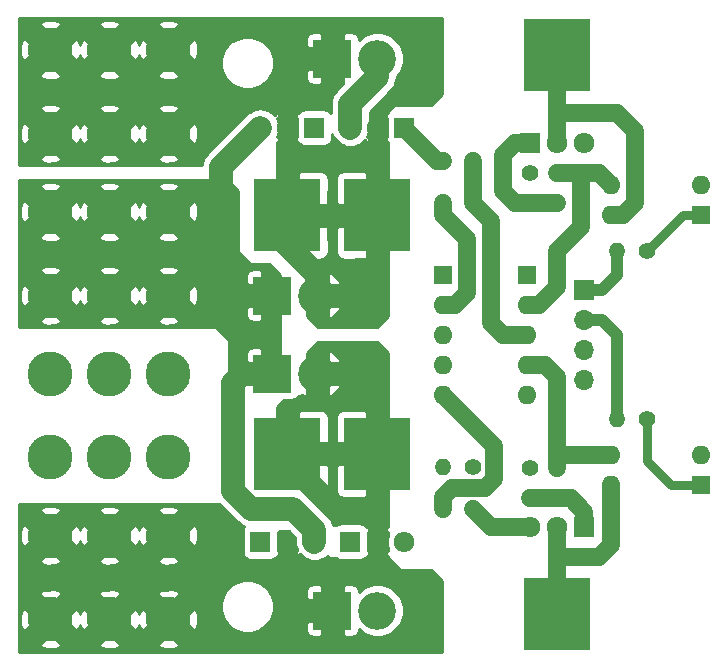
<source format=gtl>
G04 #@! TF.GenerationSoftware,KiCad,Pcbnew,(5.1.7)-1*
G04 #@! TF.CreationDate,2021-12-05T21:20:24+09:00*
G04 #@! TF.ProjectId,DMD-10,444d442d-3130-42e6-9b69-6361645f7063,rev?*
G04 #@! TF.SameCoordinates,Original*
G04 #@! TF.FileFunction,Copper,L1,Top*
G04 #@! TF.FilePolarity,Positive*
%FSLAX46Y46*%
G04 Gerber Fmt 4.6, Leading zero omitted, Abs format (unit mm)*
G04 Created by KiCad (PCBNEW (5.1.7)-1) date 2021-12-05 21:20:24*
%MOMM*%
%LPD*%
G01*
G04 APERTURE LIST*
G04 #@! TA.AperFunction,ComponentPad*
%ADD10O,1.600000X1.600000*%
G04 #@! TD*
G04 #@! TA.AperFunction,ComponentPad*
%ADD11R,1.600000X1.600000*%
G04 #@! TD*
G04 #@! TA.AperFunction,ComponentPad*
%ADD12O,1.400000X1.400000*%
G04 #@! TD*
G04 #@! TA.AperFunction,ComponentPad*
%ADD13C,1.400000*%
G04 #@! TD*
G04 #@! TA.AperFunction,ComponentPad*
%ADD14O,1.717500X1.800000*%
G04 #@! TD*
G04 #@! TA.AperFunction,ComponentPad*
%ADD15R,1.717500X1.800000*%
G04 #@! TD*
G04 #@! TA.AperFunction,SMDPad,CuDef*
%ADD16R,5.700000X6.200000*%
G04 #@! TD*
G04 #@! TA.AperFunction,ComponentPad*
%ADD17C,3.800000*%
G04 #@! TD*
G04 #@! TA.AperFunction,ComponentPad*
%ADD18O,1.700000X1.700000*%
G04 #@! TD*
G04 #@! TA.AperFunction,ComponentPad*
%ADD19R,1.700000X1.700000*%
G04 #@! TD*
G04 #@! TA.AperFunction,ComponentPad*
%ADD20O,3.200000X3.200000*%
G04 #@! TD*
G04 #@! TA.AperFunction,ComponentPad*
%ADD21R,3.200000X3.200000*%
G04 #@! TD*
G04 #@! TA.AperFunction,Conductor*
%ADD22C,2.000000*%
G04 #@! TD*
G04 #@! TA.AperFunction,Conductor*
%ADD23C,1.500000*%
G04 #@! TD*
G04 #@! TA.AperFunction,Conductor*
%ADD24C,1.000000*%
G04 #@! TD*
G04 #@! TA.AperFunction,Conductor*
%ADD25C,0.800000*%
G04 #@! TD*
G04 #@! TA.AperFunction,Conductor*
%ADD26C,0.254000*%
G04 #@! TD*
G04 #@! TA.AperFunction,Conductor*
%ADD27C,0.100000*%
G04 #@! TD*
G04 APERTURE END LIST*
D10*
G04 #@! TO.P,U2,4*
G04 #@! TO.N,Net-(D1-Pad1)*
X99630000Y-108502000D03*
G04 #@! TO.P,U2,2*
G04 #@! TO.N,GNDD*
X107250000Y-105962000D03*
G04 #@! TO.P,U2,3*
G04 #@! TO.N,Net-(R4-Pad1)*
X99630000Y-105962000D03*
D11*
G04 #@! TO.P,U2,1*
G04 #@! TO.N,Net-(R2-Pad1)*
X107250000Y-108502000D03*
G04 #@! TD*
D10*
G04 #@! TO.P,U1,4*
G04 #@! TO.N,Net-(D1-Pad1)*
X99630000Y-85642000D03*
G04 #@! TO.P,U1,2*
G04 #@! TO.N,GNDD*
X107250000Y-83102000D03*
G04 #@! TO.P,U1,3*
G04 #@! TO.N,Net-(R3-Pad1)*
X99630000Y-83102000D03*
D11*
G04 #@! TO.P,U1,1*
G04 #@! TO.N,Net-(R1-Pad1)*
X107250000Y-85642000D03*
G04 #@! TD*
G04 #@! TO.P,RN1,1*
G04 #@! TO.N,GNDPWR*
X92518000Y-90722000D03*
D10*
G04 #@! TO.P,RN1,2*
G04 #@! TO.N,Net-(R3-Pad1)*
X92518000Y-93262000D03*
G04 #@! TO.P,RN1,3*
G04 #@! TO.N,Net-(Q1-Pad3)*
X92518000Y-95802000D03*
G04 #@! TO.P,RN1,4*
G04 #@! TO.N,Net-(R4-Pad1)*
X92518000Y-98342000D03*
G04 #@! TO.P,RN1,5*
G04 #@! TO.N,Net-(Q2-Pad3)*
X92518000Y-100882000D03*
G04 #@! TD*
G04 #@! TO.P,RN2,5*
G04 #@! TO.N,Net-(Q6-Pad1)*
X85406000Y-100882000D03*
G04 #@! TO.P,RN2,4*
G04 #@! TO.N,Net-(Q5-Pad1)*
X85406000Y-98342000D03*
G04 #@! TO.P,RN2,3*
G04 #@! TO.N,Net-(Q4-Pad1)*
X85406000Y-95802000D03*
G04 #@! TO.P,RN2,2*
G04 #@! TO.N,Net-(Q3-Pad1)*
X85406000Y-93262000D03*
D11*
G04 #@! TO.P,RN2,1*
G04 #@! TO.N,GNDPWR*
X85406000Y-90722000D03*
G04 #@! TD*
D12*
G04 #@! TO.P,R10,2*
G04 #@! TO.N,Net-(Q6-Pad1)*
X85406000Y-110534000D03*
D13*
G04 #@! TO.P,R10,1*
G04 #@! TO.N,Net-(Q2-Pad3)*
X87946000Y-110534000D03*
G04 #@! TD*
D12*
G04 #@! TO.P,R9,2*
G04 #@! TO.N,Net-(Q5-Pad1)*
X85406000Y-106978000D03*
D13*
G04 #@! TO.P,R9,1*
G04 #@! TO.N,Net-(Q2-Pad3)*
X87946000Y-106978000D03*
G04 #@! TD*
D12*
G04 #@! TO.P,R8,2*
G04 #@! TO.N,Net-(Q4-Pad1)*
X85406000Y-81070000D03*
D13*
G04 #@! TO.P,R8,1*
G04 #@! TO.N,Net-(Q1-Pad3)*
X87946000Y-81070000D03*
G04 #@! TD*
D12*
G04 #@! TO.P,R7,2*
G04 #@! TO.N,Net-(Q3-Pad1)*
X85406000Y-84626000D03*
D13*
G04 #@! TO.P,R7,1*
G04 #@! TO.N,Net-(Q1-Pad3)*
X87946000Y-84626000D03*
G04 #@! TD*
D12*
G04 #@! TO.P,R6,2*
G04 #@! TO.N,Net-(Q2-Pad1)*
X92772000Y-109645000D03*
D13*
G04 #@! TO.P,R6,1*
G04 #@! TO.N,GNDPWR*
X92772000Y-107105000D03*
G04 #@! TD*
D12*
G04 #@! TO.P,R5,2*
G04 #@! TO.N,Net-(Q1-Pad1)*
X92772000Y-84626000D03*
D13*
G04 #@! TO.P,R5,1*
G04 #@! TO.N,GNDPWR*
X92772000Y-82086000D03*
G04 #@! TD*
D12*
G04 #@! TO.P,R4,2*
G04 #@! TO.N,Net-(Q2-Pad1)*
X95058000Y-109645000D03*
D13*
G04 #@! TO.P,R4,1*
G04 #@! TO.N,Net-(R4-Pad1)*
X95058000Y-107105000D03*
G04 #@! TD*
D12*
G04 #@! TO.P,R3,2*
G04 #@! TO.N,Net-(Q1-Pad1)*
X95058000Y-84626000D03*
D13*
G04 #@! TO.P,R3,1*
G04 #@! TO.N,Net-(R3-Pad1)*
X95058000Y-82086000D03*
G04 #@! TD*
D12*
G04 #@! TO.P,R2,2*
G04 #@! TO.N,Net-(J5-Pad2)*
X100138000Y-102914000D03*
D13*
G04 #@! TO.P,R2,1*
G04 #@! TO.N,Net-(R2-Pad1)*
X102678000Y-102914000D03*
G04 #@! TD*
D12*
G04 #@! TO.P,R1,2*
G04 #@! TO.N,Net-(J5-Pad1)*
X100138000Y-88690000D03*
D13*
G04 #@! TO.P,R1,1*
G04 #@! TO.N,Net-(R1-Pad1)*
X102678000Y-88690000D03*
G04 #@! TD*
D14*
G04 #@! TO.P,Q6,3*
G04 #@! TO.N,GNDPWR*
X82112000Y-113328000D03*
G04 #@! TO.P,Q6,2*
G04 #@! TO.N,Net-(D3-Pad2)*
X79822000Y-113328000D03*
D15*
G04 #@! TO.P,Q6,1*
G04 #@! TO.N,Net-(Q6-Pad1)*
X77532000Y-113328000D03*
D16*
G04 #@! TO.P,Q6,4*
G04 #@! TO.N,Net-(D3-Pad2)*
X79822000Y-105894667D03*
G04 #@! TD*
D14*
G04 #@! TO.P,Q5,3*
G04 #@! TO.N,Net-(D1-Pad1)*
X74492000Y-113328000D03*
G04 #@! TO.P,Q5,2*
G04 #@! TO.N,Net-(D3-Pad2)*
X72202000Y-113328000D03*
D15*
G04 #@! TO.P,Q5,1*
G04 #@! TO.N,Net-(Q5-Pad1)*
X69912000Y-113328000D03*
D16*
G04 #@! TO.P,Q5,4*
G04 #@! TO.N,Net-(D3-Pad2)*
X72202000Y-105894667D03*
G04 #@! TD*
D14*
G04 #@! TO.P,Q4,3*
G04 #@! TO.N,GNDPWR*
X77524000Y-78276000D03*
G04 #@! TO.P,Q4,2*
G04 #@! TO.N,Net-(D1-Pad2)*
X79814000Y-78276000D03*
D15*
G04 #@! TO.P,Q4,1*
G04 #@! TO.N,Net-(Q4-Pad1)*
X82104000Y-78276000D03*
D16*
G04 #@! TO.P,Q4,4*
G04 #@! TO.N,Net-(D1-Pad2)*
X79814000Y-85709333D03*
G04 #@! TD*
D14*
G04 #@! TO.P,Q3,3*
G04 #@! TO.N,Net-(D1-Pad1)*
X69904000Y-78276000D03*
G04 #@! TO.P,Q3,2*
G04 #@! TO.N,Net-(D1-Pad2)*
X72194000Y-78276000D03*
D15*
G04 #@! TO.P,Q3,1*
G04 #@! TO.N,Net-(Q3-Pad1)*
X74484000Y-78276000D03*
D16*
G04 #@! TO.P,Q3,4*
G04 #@! TO.N,Net-(D1-Pad2)*
X72194000Y-85709333D03*
G04 #@! TD*
D14*
G04 #@! TO.P,Q2,3*
G04 #@! TO.N,Net-(Q2-Pad3)*
X92772000Y-112058000D03*
G04 #@! TO.P,Q2,2*
G04 #@! TO.N,Net-(D1-Pad1)*
X95062000Y-112058000D03*
D15*
G04 #@! TO.P,Q2,1*
G04 #@! TO.N,Net-(Q2-Pad1)*
X97352000Y-112058000D03*
D16*
G04 #@! TO.P,Q2,4*
G04 #@! TO.N,Net-(D1-Pad1)*
X95062000Y-119491333D03*
G04 #@! TD*
D14*
G04 #@! TO.P,Q1,3*
G04 #@! TO.N,Net-(Q1-Pad3)*
X97348000Y-79546000D03*
G04 #@! TO.P,Q1,2*
G04 #@! TO.N,Net-(D1-Pad1)*
X95058000Y-79546000D03*
D15*
G04 #@! TO.P,Q1,1*
G04 #@! TO.N,Net-(Q1-Pad1)*
X92768000Y-79546000D03*
D16*
G04 #@! TO.P,Q1,4*
G04 #@! TO.N,Net-(D1-Pad1)*
X95058000Y-72112667D03*
G04 #@! TD*
D17*
G04 #@! TO.P,J4,1*
G04 #@! TO.N,Net-(D3-Pad2)*
X62132000Y-112820000D03*
X57132000Y-112820000D03*
X52132000Y-112820000D03*
X62132000Y-119920000D03*
X57132000Y-119920000D03*
X52132000Y-119920000D03*
G04 #@! TD*
G04 #@! TO.P,J1,1*
G04 #@! TO.N,Net-(D1-Pad2)*
X62132000Y-71684000D03*
X57132000Y-71684000D03*
X52132000Y-71684000D03*
X62132000Y-78784000D03*
X57132000Y-78784000D03*
X52132000Y-78784000D03*
G04 #@! TD*
D18*
G04 #@! TO.P,J5,4*
G04 #@! TO.N,GNDD*
X97344000Y-99612000D03*
G04 #@! TO.P,J5,3*
X97344000Y-97072000D03*
G04 #@! TO.P,J5,2*
G04 #@! TO.N,Net-(J5-Pad2)*
X97344000Y-94532000D03*
D19*
G04 #@! TO.P,J5,1*
G04 #@! TO.N,Net-(J5-Pad1)*
X97344000Y-91992000D03*
G04 #@! TD*
D17*
G04 #@! TO.P,J3,1*
G04 #@! TO.N,GNDPWR*
X62132000Y-99104000D03*
X57132000Y-99104000D03*
X52132000Y-99104000D03*
X62132000Y-106204000D03*
X57132000Y-106204000D03*
X52132000Y-106204000D03*
G04 #@! TD*
G04 #@! TO.P,J2,1*
G04 #@! TO.N,Net-(D1-Pad1)*
X62132000Y-85400000D03*
X57132000Y-85400000D03*
X52132000Y-85400000D03*
X62132000Y-92500000D03*
X57132000Y-92500000D03*
X52132000Y-92500000D03*
G04 #@! TD*
D20*
G04 #@! TO.P,D4,2*
G04 #@! TO.N,GNDPWR*
X79818000Y-119170000D03*
D21*
G04 #@! TO.P,D4,1*
G04 #@! TO.N,Net-(D3-Pad2)*
X76008000Y-119170000D03*
G04 #@! TD*
D20*
G04 #@! TO.P,D3,2*
G04 #@! TO.N,Net-(D3-Pad2)*
X74738000Y-99104000D03*
D21*
G04 #@! TO.P,D3,1*
G04 #@! TO.N,Net-(D1-Pad1)*
X70928000Y-99104000D03*
G04 #@! TD*
D20*
G04 #@! TO.P,D2,2*
G04 #@! TO.N,GNDPWR*
X79818000Y-72434000D03*
D21*
G04 #@! TO.P,D2,1*
G04 #@! TO.N,Net-(D1-Pad2)*
X76008000Y-72434000D03*
G04 #@! TD*
D20*
G04 #@! TO.P,D1,2*
G04 #@! TO.N,Net-(D1-Pad2)*
X74738000Y-92500000D03*
D21*
G04 #@! TO.P,D1,1*
G04 #@! TO.N,Net-(D1-Pad1)*
X70928000Y-92500000D03*
G04 #@! TD*
D22*
G04 #@! TO.N,Net-(D1-Pad2)*
X72194000Y-85709333D02*
X72194000Y-88178000D01*
X74738000Y-90722000D02*
X74738000Y-92500000D01*
X72194000Y-88178000D02*
X74738000Y-90722000D01*
D23*
G04 #@! TO.N,Net-(D1-Pad1)*
X95058000Y-79546000D02*
X95058000Y-77006000D01*
X95058000Y-77006000D02*
X95058000Y-72112667D01*
X95062000Y-112058000D02*
X95062000Y-114602000D01*
X95062000Y-114602000D02*
X98610000Y-114602000D01*
X95062000Y-114602000D02*
X95062000Y-119491333D01*
X99630000Y-113582000D02*
X99630000Y-108502000D01*
X98610000Y-114602000D02*
X99630000Y-113582000D01*
X69904000Y-78276000D02*
X69904000Y-78284000D01*
D22*
X69904000Y-78284000D02*
X66610000Y-81578000D01*
X66610000Y-81578000D02*
X66610000Y-84626000D01*
X74492000Y-113328000D02*
X74492000Y-112320000D01*
X74492000Y-112320000D02*
X72706000Y-110534000D01*
X72706000Y-110534000D02*
X69150000Y-110534000D01*
X69150000Y-110534000D02*
X67626000Y-109010000D01*
X67626000Y-109010000D02*
X67626000Y-99866000D01*
X68388000Y-99104000D02*
X70928000Y-99104000D01*
X67626000Y-99866000D02*
X68388000Y-99104000D01*
D23*
X95058000Y-77006000D02*
X100138000Y-77006000D01*
X100138000Y-77006000D02*
X101662000Y-78530000D01*
X99630000Y-85642000D02*
X100646000Y-85642000D01*
X101662000Y-84626000D02*
X101662000Y-78530000D01*
X100646000Y-85642000D02*
X101662000Y-84626000D01*
D22*
G04 #@! TO.N,GNDPWR*
X79818000Y-72434000D02*
X79818000Y-73958000D01*
X77524000Y-76252000D02*
X77524000Y-78276000D01*
X79818000Y-73958000D02*
X77524000Y-76252000D01*
D24*
G04 #@! TO.N,Net-(D3-Pad2)*
X72202000Y-105894667D02*
X72202000Y-106982000D01*
D22*
X72202000Y-105894667D02*
X72202000Y-106474000D01*
X72202000Y-106474000D02*
X75754000Y-110026000D01*
D23*
G04 #@! TO.N,Net-(Q1-Pad3)*
X89470000Y-94786000D02*
X90486000Y-95802000D01*
X89470000Y-86150000D02*
X89470000Y-94786000D01*
X90486000Y-95802000D02*
X92518000Y-95802000D01*
X87946000Y-84626000D02*
X89470000Y-86150000D01*
X87946000Y-81070000D02*
X87946000Y-84626000D01*
G04 #@! TO.N,Net-(Q1-Pad1)*
X92772000Y-84626000D02*
X95058000Y-84626000D01*
X92768000Y-79546000D02*
X91502000Y-79546000D01*
X91502000Y-79546000D02*
X90486000Y-80562000D01*
X90486000Y-80562000D02*
X90486000Y-83610000D01*
X91502000Y-84626000D02*
X92772000Y-84626000D01*
X90486000Y-83610000D02*
X91502000Y-84626000D01*
G04 #@! TO.N,Net-(Q2-Pad3)*
X89470000Y-112058000D02*
X87946000Y-110534000D01*
X92772000Y-112058000D02*
X89470000Y-112058000D01*
G04 #@! TO.N,Net-(Q2-Pad1)*
X97352000Y-112058000D02*
X97352000Y-110796000D01*
X96201000Y-109645000D02*
X95058000Y-109645000D01*
X97352000Y-110796000D02*
X96201000Y-109645000D01*
X92772000Y-109645000D02*
X95058000Y-109645000D01*
G04 #@! TO.N,Net-(Q3-Pad1)*
X87438000Y-92246000D02*
X86422000Y-93262000D01*
X86422000Y-93262000D02*
X85406000Y-93262000D01*
X85406000Y-84626000D02*
X85406000Y-85642000D01*
X87438000Y-87674000D02*
X87438000Y-92246000D01*
X85406000Y-85642000D02*
X87438000Y-87674000D01*
G04 #@! TO.N,Net-(Q4-Pad1)*
X84898000Y-81070000D02*
X82104000Y-78276000D01*
X85406000Y-81070000D02*
X84898000Y-81070000D01*
G04 #@! TO.N,Net-(Q6-Pad1)*
X85406000Y-110534000D02*
X85406000Y-109518000D01*
X85406000Y-109518000D02*
X86168000Y-108756000D01*
X86168000Y-108756000D02*
X88962000Y-108756000D01*
X88962000Y-108756000D02*
X89724000Y-107994000D01*
X89724000Y-105200000D02*
X85406000Y-100882000D01*
X89724000Y-107994000D02*
X89724000Y-105200000D01*
D25*
G04 #@! TO.N,Net-(R1-Pad1)*
X105726000Y-85642000D02*
X102678000Y-88690000D01*
X107250000Y-85642000D02*
X105726000Y-85642000D01*
G04 #@! TO.N,Net-(R2-Pad1)*
X102678000Y-102914000D02*
X102678000Y-106470000D01*
X104710000Y-108502000D02*
X107250000Y-108502000D01*
X102678000Y-106470000D02*
X104710000Y-108502000D01*
D23*
G04 #@! TO.N,Net-(R3-Pad1)*
X98614000Y-82086000D02*
X99630000Y-83102000D01*
X97090000Y-82594000D02*
X96582000Y-82086000D01*
X97090000Y-86658000D02*
X97090000Y-82594000D01*
X96582000Y-82086000D02*
X98614000Y-82086000D01*
X95058000Y-82086000D02*
X96582000Y-82086000D01*
X92518000Y-93262000D02*
X93534000Y-93262000D01*
X93534000Y-93262000D02*
X95058000Y-91738000D01*
X95058000Y-88690000D02*
X97090000Y-86658000D01*
X95058000Y-91738000D02*
X95058000Y-88690000D01*
G04 #@! TO.N,Net-(R4-Pad1)*
X96201000Y-105962000D02*
X99630000Y-105962000D01*
X92518000Y-98342000D02*
X94042000Y-98342000D01*
X94042000Y-98342000D02*
X95058000Y-99358000D01*
X96201000Y-105962000D02*
X95058000Y-105962000D01*
X95058000Y-105962000D02*
X95058000Y-107105000D01*
X95058000Y-99358000D02*
X95058000Y-105962000D01*
D24*
G04 #@! TO.N,Net-(J5-Pad2)*
X97344000Y-94532000D02*
X98868000Y-94532000D01*
X100138000Y-95802000D02*
X100138000Y-102914000D01*
X98868000Y-94532000D02*
X100138000Y-95802000D01*
G04 #@! TO.N,Net-(J5-Pad1)*
X97344000Y-91992000D02*
X98868000Y-91992000D01*
X100138000Y-90722000D02*
X100138000Y-88690000D01*
X98868000Y-91992000D02*
X100138000Y-90722000D01*
G04 #@! TD*
D26*
G04 #@! TO.N,Net-(D1-Pad2)*
X85279000Y-75429394D02*
X84337394Y-76371000D01*
X81342000Y-76371000D01*
X81317224Y-76373440D01*
X81293399Y-76380667D01*
X81271443Y-76392403D01*
X81252197Y-76408197D01*
X80744197Y-76916197D01*
X80728403Y-76935443D01*
X80716667Y-76957399D01*
X80709440Y-76981224D01*
X80707000Y-77006000D01*
X80707000Y-77035936D01*
X80683975Y-77079011D01*
X80545750Y-77118163D01*
X80545750Y-77503000D01*
X80607178Y-77503000D01*
X80607178Y-79049000D01*
X80545750Y-79049000D01*
X80545750Y-79433837D01*
X80683975Y-79472989D01*
X80707000Y-79516064D01*
X80707000Y-82113083D01*
X80687000Y-82133083D01*
X80687000Y-84836333D01*
X80707000Y-84836333D01*
X80707000Y-86582333D01*
X80687000Y-86582333D01*
X80687000Y-89285583D01*
X80707000Y-89305583D01*
X80707000Y-94225394D01*
X79765394Y-95167000D01*
X74790606Y-95167000D01*
X73865000Y-94241394D01*
X73865000Y-93373000D01*
X75611000Y-93373000D01*
X75611000Y-94398723D01*
X75922112Y-94395575D01*
X76269168Y-94128143D01*
X76557382Y-93798143D01*
X76633551Y-93684108D01*
X76621795Y-93373000D01*
X75611000Y-93373000D01*
X73865000Y-93373000D01*
X73849000Y-93373000D01*
X73849000Y-91627000D01*
X73865000Y-91627000D01*
X75611000Y-91627000D01*
X76621795Y-91627000D01*
X76633551Y-91315892D01*
X76557382Y-91201857D01*
X76269168Y-90871857D01*
X75922112Y-90604425D01*
X75611000Y-90601277D01*
X75611000Y-91627000D01*
X73865000Y-91627000D01*
X73865000Y-90601277D01*
X73781726Y-90602120D01*
X72623939Y-89444333D01*
X73067002Y-89444333D01*
X73067002Y-89285585D01*
X73225750Y-89444333D01*
X75044000Y-89447405D01*
X75168482Y-89435145D01*
X75288180Y-89398835D01*
X75398494Y-89339870D01*
X75495185Y-89260518D01*
X75574537Y-89163827D01*
X75633502Y-89053513D01*
X75669812Y-88933815D01*
X75682072Y-88809333D01*
X76325928Y-88809333D01*
X76338188Y-88933815D01*
X76374498Y-89053513D01*
X76433463Y-89163827D01*
X76512815Y-89260518D01*
X76609506Y-89339870D01*
X76719820Y-89398835D01*
X76839518Y-89435145D01*
X76964000Y-89447405D01*
X78782250Y-89444333D01*
X78941000Y-89285583D01*
X78941000Y-86582333D01*
X76487750Y-86582333D01*
X76329000Y-86741083D01*
X76325928Y-88809333D01*
X75682072Y-88809333D01*
X75679000Y-86741083D01*
X75520250Y-86582333D01*
X73067000Y-86582333D01*
X73067000Y-86602333D01*
X71321000Y-86602333D01*
X71321000Y-86582333D01*
X71309000Y-86582333D01*
X71309000Y-84836333D01*
X71321000Y-84836333D01*
X71321000Y-82133083D01*
X73067000Y-82133083D01*
X73067000Y-84836333D01*
X75520250Y-84836333D01*
X75679000Y-84677583D01*
X75682072Y-82609333D01*
X76325928Y-82609333D01*
X76329000Y-84677583D01*
X76487750Y-84836333D01*
X78941000Y-84836333D01*
X78941000Y-82133083D01*
X78782250Y-81974333D01*
X76964000Y-81971261D01*
X76839518Y-81983521D01*
X76719820Y-82019831D01*
X76609506Y-82078796D01*
X76512815Y-82158148D01*
X76433463Y-82254839D01*
X76374498Y-82365153D01*
X76338188Y-82484851D01*
X76325928Y-82609333D01*
X75682072Y-82609333D01*
X75669812Y-82484851D01*
X75633502Y-82365153D01*
X75574537Y-82254839D01*
X75495185Y-82158148D01*
X75398494Y-82078796D01*
X75288180Y-82019831D01*
X75168482Y-81983521D01*
X75044000Y-81971261D01*
X73225750Y-81974333D01*
X73067000Y-82133083D01*
X71321000Y-82133083D01*
X71309000Y-82121083D01*
X71309000Y-79477245D01*
X71462250Y-79433837D01*
X71462250Y-79049000D01*
X71349006Y-79049000D01*
X71421851Y-78912716D01*
X71515342Y-78604517D01*
X71546911Y-78284001D01*
X71515342Y-77963484D01*
X71421851Y-77655286D01*
X71340453Y-77503000D01*
X71462250Y-77503000D01*
X71462250Y-77118163D01*
X72925750Y-77118163D01*
X72925750Y-77503000D01*
X72987178Y-77503000D01*
X72987178Y-79049000D01*
X72925750Y-79049000D01*
X72925750Y-79433837D01*
X73063975Y-79472989D01*
X73094713Y-79530494D01*
X73174065Y-79627185D01*
X73270756Y-79706537D01*
X73381070Y-79765502D01*
X73500768Y-79801812D01*
X73625250Y-79814072D01*
X75342750Y-79814072D01*
X75467232Y-79801812D01*
X75586930Y-79765502D01*
X75697244Y-79706537D01*
X75793935Y-79627185D01*
X75873287Y-79530494D01*
X75932252Y-79420180D01*
X75968562Y-79300482D01*
X75980822Y-79176000D01*
X75980822Y-78821223D01*
X76006149Y-78904715D01*
X76157970Y-79188752D01*
X76362287Y-79437714D01*
X76611249Y-79642031D01*
X76895286Y-79793852D01*
X77203485Y-79887343D01*
X77524000Y-79918911D01*
X77844516Y-79887343D01*
X78152715Y-79793852D01*
X78436752Y-79642031D01*
X78685714Y-79437714D01*
X78758193Y-79349398D01*
X78856413Y-79450481D01*
X78887544Y-79488987D01*
X79082250Y-79433837D01*
X79082250Y-79049000D01*
X78964730Y-79049000D01*
X79041852Y-78904715D01*
X79135343Y-78596516D01*
X79159000Y-78356322D01*
X79159000Y-76929238D01*
X80917318Y-75170920D01*
X80979714Y-75119714D01*
X81184031Y-74870752D01*
X81335852Y-74586715D01*
X81429343Y-74278516D01*
X81453000Y-74038322D01*
X81453000Y-74038320D01*
X81460911Y-73958000D01*
X81460360Y-73952407D01*
X81554038Y-73858729D01*
X81798631Y-73492669D01*
X81967110Y-73085925D01*
X82053000Y-72654128D01*
X82053000Y-72213872D01*
X81967110Y-71782075D01*
X81798631Y-71375331D01*
X81554038Y-71009271D01*
X81242729Y-70697962D01*
X80876669Y-70453369D01*
X80469925Y-70284890D01*
X80038128Y-70199000D01*
X79597872Y-70199000D01*
X79166075Y-70284890D01*
X78759331Y-70453369D01*
X78393271Y-70697962D01*
X78246011Y-70845222D01*
X78246072Y-70834000D01*
X78233812Y-70709518D01*
X78197502Y-70589820D01*
X78138537Y-70479506D01*
X78059185Y-70382815D01*
X77962494Y-70303463D01*
X77852180Y-70244498D01*
X77732482Y-70208188D01*
X77608000Y-70195928D01*
X77039750Y-70199000D01*
X76881000Y-70357750D01*
X76881000Y-71561000D01*
X76901000Y-71561000D01*
X76901000Y-73307000D01*
X76881000Y-73307000D01*
X76881000Y-74510250D01*
X76917256Y-74546506D01*
X76424687Y-75039075D01*
X76362286Y-75090286D01*
X76157969Y-75339249D01*
X76006148Y-75623286D01*
X75912657Y-75931485D01*
X75889000Y-76171678D01*
X75881089Y-76252000D01*
X75889000Y-76332320D01*
X75889000Y-77050903D01*
X75873287Y-77021506D01*
X75793935Y-76924815D01*
X75697244Y-76845463D01*
X75586930Y-76786498D01*
X75467232Y-76750188D01*
X75342750Y-76737928D01*
X73625250Y-76737928D01*
X73500768Y-76750188D01*
X73381070Y-76786498D01*
X73270756Y-76845463D01*
X73174065Y-76924815D01*
X73094713Y-77021506D01*
X73063975Y-77079011D01*
X72925750Y-77118163D01*
X71462250Y-77118163D01*
X71267544Y-77063013D01*
X71236413Y-77101519D01*
X71134633Y-77206266D01*
X71065713Y-77122287D01*
X70816752Y-76917970D01*
X70532714Y-76766149D01*
X70224516Y-76672658D01*
X69903999Y-76641089D01*
X69583483Y-76672658D01*
X69275284Y-76766149D01*
X68991247Y-76917970D01*
X68804676Y-77071085D01*
X65510687Y-80365075D01*
X65448286Y-80416286D01*
X65243969Y-80665249D01*
X65092148Y-80949286D01*
X64998657Y-81257485D01*
X64990382Y-81341507D01*
X64979598Y-81451000D01*
X49462000Y-81451000D01*
X49462000Y-80973386D01*
X51177223Y-80973386D01*
X51431703Y-81233112D01*
X51922957Y-81322674D01*
X52422245Y-81314676D01*
X52832297Y-81233112D01*
X53086777Y-80973386D01*
X56177223Y-80973386D01*
X56431703Y-81233112D01*
X56922957Y-81322674D01*
X57422245Y-81314676D01*
X57832297Y-81233112D01*
X58086777Y-80973386D01*
X61177223Y-80973386D01*
X61431703Y-81233112D01*
X61922957Y-81322674D01*
X62422245Y-81314676D01*
X62832297Y-81233112D01*
X63086777Y-80973386D01*
X62132000Y-80018608D01*
X61177223Y-80973386D01*
X58086777Y-80973386D01*
X57132000Y-80018608D01*
X56177223Y-80973386D01*
X53086777Y-80973386D01*
X52132000Y-80018608D01*
X51177223Y-80973386D01*
X49462000Y-80973386D01*
X49462000Y-78574957D01*
X49593326Y-78574957D01*
X49601324Y-79074245D01*
X49682888Y-79484297D01*
X49942614Y-79738777D01*
X50897392Y-78784000D01*
X53366608Y-78784000D01*
X54321386Y-79738777D01*
X54581112Y-79484297D01*
X54629784Y-79217326D01*
X54682888Y-79484297D01*
X54942614Y-79738777D01*
X55897392Y-78784000D01*
X58366608Y-78784000D01*
X59321386Y-79738777D01*
X59581112Y-79484297D01*
X59629784Y-79217326D01*
X59682888Y-79484297D01*
X59942614Y-79738777D01*
X60897392Y-78784000D01*
X63366608Y-78784000D01*
X64321386Y-79738777D01*
X64581112Y-79484297D01*
X64670674Y-78993043D01*
X64662676Y-78493755D01*
X64581112Y-78083703D01*
X64321386Y-77829223D01*
X63366608Y-78784000D01*
X60897392Y-78784000D01*
X59942614Y-77829223D01*
X59682888Y-78083703D01*
X59634216Y-78350674D01*
X59581112Y-78083703D01*
X59321386Y-77829223D01*
X58366608Y-78784000D01*
X55897392Y-78784000D01*
X54942614Y-77829223D01*
X54682888Y-78083703D01*
X54634216Y-78350674D01*
X54581112Y-78083703D01*
X54321386Y-77829223D01*
X53366608Y-78784000D01*
X50897392Y-78784000D01*
X49942614Y-77829223D01*
X49682888Y-78083703D01*
X49593326Y-78574957D01*
X49462000Y-78574957D01*
X49462000Y-76594614D01*
X51177223Y-76594614D01*
X52132000Y-77549392D01*
X53086777Y-76594614D01*
X56177223Y-76594614D01*
X57132000Y-77549392D01*
X58086777Y-76594614D01*
X61177223Y-76594614D01*
X62132000Y-77549392D01*
X63086777Y-76594614D01*
X62832297Y-76334888D01*
X62341043Y-76245326D01*
X61841755Y-76253324D01*
X61431703Y-76334888D01*
X61177223Y-76594614D01*
X58086777Y-76594614D01*
X57832297Y-76334888D01*
X57341043Y-76245326D01*
X56841755Y-76253324D01*
X56431703Y-76334888D01*
X56177223Y-76594614D01*
X53086777Y-76594614D01*
X52832297Y-76334888D01*
X52341043Y-76245326D01*
X51841755Y-76253324D01*
X51431703Y-76334888D01*
X51177223Y-76594614D01*
X49462000Y-76594614D01*
X49462000Y-73873386D01*
X51177223Y-73873386D01*
X51431703Y-74133112D01*
X51922957Y-74222674D01*
X52422245Y-74214676D01*
X52832297Y-74133112D01*
X53086777Y-73873386D01*
X56177223Y-73873386D01*
X56431703Y-74133112D01*
X56922957Y-74222674D01*
X57422245Y-74214676D01*
X57832297Y-74133112D01*
X58086777Y-73873386D01*
X61177223Y-73873386D01*
X61431703Y-74133112D01*
X61922957Y-74222674D01*
X62422245Y-74214676D01*
X62832297Y-74133112D01*
X63086777Y-73873386D01*
X62132000Y-72918608D01*
X61177223Y-73873386D01*
X58086777Y-73873386D01*
X57132000Y-72918608D01*
X56177223Y-73873386D01*
X53086777Y-73873386D01*
X52132000Y-72918608D01*
X51177223Y-73873386D01*
X49462000Y-73873386D01*
X49462000Y-71474957D01*
X49593326Y-71474957D01*
X49601324Y-71974245D01*
X49682888Y-72384297D01*
X49942614Y-72638777D01*
X50897392Y-71684000D01*
X53366608Y-71684000D01*
X54321386Y-72638777D01*
X54581112Y-72384297D01*
X54629784Y-72117326D01*
X54682888Y-72384297D01*
X54942614Y-72638777D01*
X55897392Y-71684000D01*
X58366608Y-71684000D01*
X59321386Y-72638777D01*
X59581112Y-72384297D01*
X59629784Y-72117326D01*
X59682888Y-72384297D01*
X59942614Y-72638777D01*
X60897392Y-71684000D01*
X63366608Y-71684000D01*
X64321386Y-72638777D01*
X64379464Y-72581872D01*
X66567000Y-72581872D01*
X66567000Y-73022128D01*
X66652890Y-73453925D01*
X66821369Y-73860669D01*
X67065962Y-74226729D01*
X67377271Y-74538038D01*
X67743331Y-74782631D01*
X68150075Y-74951110D01*
X68581872Y-75037000D01*
X69022128Y-75037000D01*
X69453925Y-74951110D01*
X69860669Y-74782631D01*
X70226729Y-74538038D01*
X70538038Y-74226729D01*
X70666815Y-74034000D01*
X73769928Y-74034000D01*
X73782188Y-74158482D01*
X73818498Y-74278180D01*
X73877463Y-74388494D01*
X73956815Y-74485185D01*
X74053506Y-74564537D01*
X74163820Y-74623502D01*
X74283518Y-74659812D01*
X74408000Y-74672072D01*
X74976250Y-74669000D01*
X75135000Y-74510250D01*
X75135000Y-73307000D01*
X73931750Y-73307000D01*
X73773000Y-73465750D01*
X73769928Y-74034000D01*
X70666815Y-74034000D01*
X70782631Y-73860669D01*
X70951110Y-73453925D01*
X71037000Y-73022128D01*
X71037000Y-72581872D01*
X70951110Y-72150075D01*
X70782631Y-71743331D01*
X70538038Y-71377271D01*
X70226729Y-71065962D01*
X69879573Y-70834000D01*
X73769928Y-70834000D01*
X73773000Y-71402250D01*
X73931750Y-71561000D01*
X75135000Y-71561000D01*
X75135000Y-70357750D01*
X74976250Y-70199000D01*
X74408000Y-70195928D01*
X74283518Y-70208188D01*
X74163820Y-70244498D01*
X74053506Y-70303463D01*
X73956815Y-70382815D01*
X73877463Y-70479506D01*
X73818498Y-70589820D01*
X73782188Y-70709518D01*
X73769928Y-70834000D01*
X69879573Y-70834000D01*
X69860669Y-70821369D01*
X69453925Y-70652890D01*
X69022128Y-70567000D01*
X68581872Y-70567000D01*
X68150075Y-70652890D01*
X67743331Y-70821369D01*
X67377271Y-71065962D01*
X67065962Y-71377271D01*
X66821369Y-71743331D01*
X66652890Y-72150075D01*
X66567000Y-72581872D01*
X64379464Y-72581872D01*
X64581112Y-72384297D01*
X64670674Y-71893043D01*
X64662676Y-71393755D01*
X64581112Y-70983703D01*
X64321386Y-70729223D01*
X63366608Y-71684000D01*
X60897392Y-71684000D01*
X59942614Y-70729223D01*
X59682888Y-70983703D01*
X59634216Y-71250674D01*
X59581112Y-70983703D01*
X59321386Y-70729223D01*
X58366608Y-71684000D01*
X55897392Y-71684000D01*
X54942614Y-70729223D01*
X54682888Y-70983703D01*
X54634216Y-71250674D01*
X54581112Y-70983703D01*
X54321386Y-70729223D01*
X53366608Y-71684000D01*
X50897392Y-71684000D01*
X49942614Y-70729223D01*
X49682888Y-70983703D01*
X49593326Y-71474957D01*
X49462000Y-71474957D01*
X49462000Y-69494614D01*
X51177223Y-69494614D01*
X52132000Y-70449392D01*
X53086777Y-69494614D01*
X56177223Y-69494614D01*
X57132000Y-70449392D01*
X58086777Y-69494614D01*
X61177223Y-69494614D01*
X62132000Y-70449392D01*
X63086777Y-69494614D01*
X62832297Y-69234888D01*
X62341043Y-69145326D01*
X61841755Y-69153324D01*
X61431703Y-69234888D01*
X61177223Y-69494614D01*
X58086777Y-69494614D01*
X57832297Y-69234888D01*
X57341043Y-69145326D01*
X56841755Y-69153324D01*
X56431703Y-69234888D01*
X56177223Y-69494614D01*
X53086777Y-69494614D01*
X52832297Y-69234888D01*
X52341043Y-69145326D01*
X51841755Y-69153324D01*
X51431703Y-69234888D01*
X51177223Y-69494614D01*
X49462000Y-69494614D01*
X49462000Y-68962000D01*
X85279000Y-68962000D01*
X85279000Y-75429394D01*
G04 #@! TA.AperFunction,Conductor*
D27*
G36*
X85279000Y-75429394D02*
G01*
X84337394Y-76371000D01*
X81342000Y-76371000D01*
X81317224Y-76373440D01*
X81293399Y-76380667D01*
X81271443Y-76392403D01*
X81252197Y-76408197D01*
X80744197Y-76916197D01*
X80728403Y-76935443D01*
X80716667Y-76957399D01*
X80709440Y-76981224D01*
X80707000Y-77006000D01*
X80707000Y-77035936D01*
X80683975Y-77079011D01*
X80545750Y-77118163D01*
X80545750Y-77503000D01*
X80607178Y-77503000D01*
X80607178Y-79049000D01*
X80545750Y-79049000D01*
X80545750Y-79433837D01*
X80683975Y-79472989D01*
X80707000Y-79516064D01*
X80707000Y-82113083D01*
X80687000Y-82133083D01*
X80687000Y-84836333D01*
X80707000Y-84836333D01*
X80707000Y-86582333D01*
X80687000Y-86582333D01*
X80687000Y-89285583D01*
X80707000Y-89305583D01*
X80707000Y-94225394D01*
X79765394Y-95167000D01*
X74790606Y-95167000D01*
X73865000Y-94241394D01*
X73865000Y-93373000D01*
X75611000Y-93373000D01*
X75611000Y-94398723D01*
X75922112Y-94395575D01*
X76269168Y-94128143D01*
X76557382Y-93798143D01*
X76633551Y-93684108D01*
X76621795Y-93373000D01*
X75611000Y-93373000D01*
X73865000Y-93373000D01*
X73849000Y-93373000D01*
X73849000Y-91627000D01*
X73865000Y-91627000D01*
X75611000Y-91627000D01*
X76621795Y-91627000D01*
X76633551Y-91315892D01*
X76557382Y-91201857D01*
X76269168Y-90871857D01*
X75922112Y-90604425D01*
X75611000Y-90601277D01*
X75611000Y-91627000D01*
X73865000Y-91627000D01*
X73865000Y-90601277D01*
X73781726Y-90602120D01*
X72623939Y-89444333D01*
X73067002Y-89444333D01*
X73067002Y-89285585D01*
X73225750Y-89444333D01*
X75044000Y-89447405D01*
X75168482Y-89435145D01*
X75288180Y-89398835D01*
X75398494Y-89339870D01*
X75495185Y-89260518D01*
X75574537Y-89163827D01*
X75633502Y-89053513D01*
X75669812Y-88933815D01*
X75682072Y-88809333D01*
X76325928Y-88809333D01*
X76338188Y-88933815D01*
X76374498Y-89053513D01*
X76433463Y-89163827D01*
X76512815Y-89260518D01*
X76609506Y-89339870D01*
X76719820Y-89398835D01*
X76839518Y-89435145D01*
X76964000Y-89447405D01*
X78782250Y-89444333D01*
X78941000Y-89285583D01*
X78941000Y-86582333D01*
X76487750Y-86582333D01*
X76329000Y-86741083D01*
X76325928Y-88809333D01*
X75682072Y-88809333D01*
X75679000Y-86741083D01*
X75520250Y-86582333D01*
X73067000Y-86582333D01*
X73067000Y-86602333D01*
X71321000Y-86602333D01*
X71321000Y-86582333D01*
X71309000Y-86582333D01*
X71309000Y-84836333D01*
X71321000Y-84836333D01*
X71321000Y-82133083D01*
X73067000Y-82133083D01*
X73067000Y-84836333D01*
X75520250Y-84836333D01*
X75679000Y-84677583D01*
X75682072Y-82609333D01*
X76325928Y-82609333D01*
X76329000Y-84677583D01*
X76487750Y-84836333D01*
X78941000Y-84836333D01*
X78941000Y-82133083D01*
X78782250Y-81974333D01*
X76964000Y-81971261D01*
X76839518Y-81983521D01*
X76719820Y-82019831D01*
X76609506Y-82078796D01*
X76512815Y-82158148D01*
X76433463Y-82254839D01*
X76374498Y-82365153D01*
X76338188Y-82484851D01*
X76325928Y-82609333D01*
X75682072Y-82609333D01*
X75669812Y-82484851D01*
X75633502Y-82365153D01*
X75574537Y-82254839D01*
X75495185Y-82158148D01*
X75398494Y-82078796D01*
X75288180Y-82019831D01*
X75168482Y-81983521D01*
X75044000Y-81971261D01*
X73225750Y-81974333D01*
X73067000Y-82133083D01*
X71321000Y-82133083D01*
X71309000Y-82121083D01*
X71309000Y-79477245D01*
X71462250Y-79433837D01*
X71462250Y-79049000D01*
X71349006Y-79049000D01*
X71421851Y-78912716D01*
X71515342Y-78604517D01*
X71546911Y-78284001D01*
X71515342Y-77963484D01*
X71421851Y-77655286D01*
X71340453Y-77503000D01*
X71462250Y-77503000D01*
X71462250Y-77118163D01*
X72925750Y-77118163D01*
X72925750Y-77503000D01*
X72987178Y-77503000D01*
X72987178Y-79049000D01*
X72925750Y-79049000D01*
X72925750Y-79433837D01*
X73063975Y-79472989D01*
X73094713Y-79530494D01*
X73174065Y-79627185D01*
X73270756Y-79706537D01*
X73381070Y-79765502D01*
X73500768Y-79801812D01*
X73625250Y-79814072D01*
X75342750Y-79814072D01*
X75467232Y-79801812D01*
X75586930Y-79765502D01*
X75697244Y-79706537D01*
X75793935Y-79627185D01*
X75873287Y-79530494D01*
X75932252Y-79420180D01*
X75968562Y-79300482D01*
X75980822Y-79176000D01*
X75980822Y-78821223D01*
X76006149Y-78904715D01*
X76157970Y-79188752D01*
X76362287Y-79437714D01*
X76611249Y-79642031D01*
X76895286Y-79793852D01*
X77203485Y-79887343D01*
X77524000Y-79918911D01*
X77844516Y-79887343D01*
X78152715Y-79793852D01*
X78436752Y-79642031D01*
X78685714Y-79437714D01*
X78758193Y-79349398D01*
X78856413Y-79450481D01*
X78887544Y-79488987D01*
X79082250Y-79433837D01*
X79082250Y-79049000D01*
X78964730Y-79049000D01*
X79041852Y-78904715D01*
X79135343Y-78596516D01*
X79159000Y-78356322D01*
X79159000Y-76929238D01*
X80917318Y-75170920D01*
X80979714Y-75119714D01*
X81184031Y-74870752D01*
X81335852Y-74586715D01*
X81429343Y-74278516D01*
X81453000Y-74038322D01*
X81453000Y-74038320D01*
X81460911Y-73958000D01*
X81460360Y-73952407D01*
X81554038Y-73858729D01*
X81798631Y-73492669D01*
X81967110Y-73085925D01*
X82053000Y-72654128D01*
X82053000Y-72213872D01*
X81967110Y-71782075D01*
X81798631Y-71375331D01*
X81554038Y-71009271D01*
X81242729Y-70697962D01*
X80876669Y-70453369D01*
X80469925Y-70284890D01*
X80038128Y-70199000D01*
X79597872Y-70199000D01*
X79166075Y-70284890D01*
X78759331Y-70453369D01*
X78393271Y-70697962D01*
X78246011Y-70845222D01*
X78246072Y-70834000D01*
X78233812Y-70709518D01*
X78197502Y-70589820D01*
X78138537Y-70479506D01*
X78059185Y-70382815D01*
X77962494Y-70303463D01*
X77852180Y-70244498D01*
X77732482Y-70208188D01*
X77608000Y-70195928D01*
X77039750Y-70199000D01*
X76881000Y-70357750D01*
X76881000Y-71561000D01*
X76901000Y-71561000D01*
X76901000Y-73307000D01*
X76881000Y-73307000D01*
X76881000Y-74510250D01*
X76917256Y-74546506D01*
X76424687Y-75039075D01*
X76362286Y-75090286D01*
X76157969Y-75339249D01*
X76006148Y-75623286D01*
X75912657Y-75931485D01*
X75889000Y-76171678D01*
X75881089Y-76252000D01*
X75889000Y-76332320D01*
X75889000Y-77050903D01*
X75873287Y-77021506D01*
X75793935Y-76924815D01*
X75697244Y-76845463D01*
X75586930Y-76786498D01*
X75467232Y-76750188D01*
X75342750Y-76737928D01*
X73625250Y-76737928D01*
X73500768Y-76750188D01*
X73381070Y-76786498D01*
X73270756Y-76845463D01*
X73174065Y-76924815D01*
X73094713Y-77021506D01*
X73063975Y-77079011D01*
X72925750Y-77118163D01*
X71462250Y-77118163D01*
X71267544Y-77063013D01*
X71236413Y-77101519D01*
X71134633Y-77206266D01*
X71065713Y-77122287D01*
X70816752Y-76917970D01*
X70532714Y-76766149D01*
X70224516Y-76672658D01*
X69903999Y-76641089D01*
X69583483Y-76672658D01*
X69275284Y-76766149D01*
X68991247Y-76917970D01*
X68804676Y-77071085D01*
X65510687Y-80365075D01*
X65448286Y-80416286D01*
X65243969Y-80665249D01*
X65092148Y-80949286D01*
X64998657Y-81257485D01*
X64990382Y-81341507D01*
X64979598Y-81451000D01*
X49462000Y-81451000D01*
X49462000Y-80973386D01*
X51177223Y-80973386D01*
X51431703Y-81233112D01*
X51922957Y-81322674D01*
X52422245Y-81314676D01*
X52832297Y-81233112D01*
X53086777Y-80973386D01*
X56177223Y-80973386D01*
X56431703Y-81233112D01*
X56922957Y-81322674D01*
X57422245Y-81314676D01*
X57832297Y-81233112D01*
X58086777Y-80973386D01*
X61177223Y-80973386D01*
X61431703Y-81233112D01*
X61922957Y-81322674D01*
X62422245Y-81314676D01*
X62832297Y-81233112D01*
X63086777Y-80973386D01*
X62132000Y-80018608D01*
X61177223Y-80973386D01*
X58086777Y-80973386D01*
X57132000Y-80018608D01*
X56177223Y-80973386D01*
X53086777Y-80973386D01*
X52132000Y-80018608D01*
X51177223Y-80973386D01*
X49462000Y-80973386D01*
X49462000Y-78574957D01*
X49593326Y-78574957D01*
X49601324Y-79074245D01*
X49682888Y-79484297D01*
X49942614Y-79738777D01*
X50897392Y-78784000D01*
X53366608Y-78784000D01*
X54321386Y-79738777D01*
X54581112Y-79484297D01*
X54629784Y-79217326D01*
X54682888Y-79484297D01*
X54942614Y-79738777D01*
X55897392Y-78784000D01*
X58366608Y-78784000D01*
X59321386Y-79738777D01*
X59581112Y-79484297D01*
X59629784Y-79217326D01*
X59682888Y-79484297D01*
X59942614Y-79738777D01*
X60897392Y-78784000D01*
X63366608Y-78784000D01*
X64321386Y-79738777D01*
X64581112Y-79484297D01*
X64670674Y-78993043D01*
X64662676Y-78493755D01*
X64581112Y-78083703D01*
X64321386Y-77829223D01*
X63366608Y-78784000D01*
X60897392Y-78784000D01*
X59942614Y-77829223D01*
X59682888Y-78083703D01*
X59634216Y-78350674D01*
X59581112Y-78083703D01*
X59321386Y-77829223D01*
X58366608Y-78784000D01*
X55897392Y-78784000D01*
X54942614Y-77829223D01*
X54682888Y-78083703D01*
X54634216Y-78350674D01*
X54581112Y-78083703D01*
X54321386Y-77829223D01*
X53366608Y-78784000D01*
X50897392Y-78784000D01*
X49942614Y-77829223D01*
X49682888Y-78083703D01*
X49593326Y-78574957D01*
X49462000Y-78574957D01*
X49462000Y-76594614D01*
X51177223Y-76594614D01*
X52132000Y-77549392D01*
X53086777Y-76594614D01*
X56177223Y-76594614D01*
X57132000Y-77549392D01*
X58086777Y-76594614D01*
X61177223Y-76594614D01*
X62132000Y-77549392D01*
X63086777Y-76594614D01*
X62832297Y-76334888D01*
X62341043Y-76245326D01*
X61841755Y-76253324D01*
X61431703Y-76334888D01*
X61177223Y-76594614D01*
X58086777Y-76594614D01*
X57832297Y-76334888D01*
X57341043Y-76245326D01*
X56841755Y-76253324D01*
X56431703Y-76334888D01*
X56177223Y-76594614D01*
X53086777Y-76594614D01*
X52832297Y-76334888D01*
X52341043Y-76245326D01*
X51841755Y-76253324D01*
X51431703Y-76334888D01*
X51177223Y-76594614D01*
X49462000Y-76594614D01*
X49462000Y-73873386D01*
X51177223Y-73873386D01*
X51431703Y-74133112D01*
X51922957Y-74222674D01*
X52422245Y-74214676D01*
X52832297Y-74133112D01*
X53086777Y-73873386D01*
X56177223Y-73873386D01*
X56431703Y-74133112D01*
X56922957Y-74222674D01*
X57422245Y-74214676D01*
X57832297Y-74133112D01*
X58086777Y-73873386D01*
X61177223Y-73873386D01*
X61431703Y-74133112D01*
X61922957Y-74222674D01*
X62422245Y-74214676D01*
X62832297Y-74133112D01*
X63086777Y-73873386D01*
X62132000Y-72918608D01*
X61177223Y-73873386D01*
X58086777Y-73873386D01*
X57132000Y-72918608D01*
X56177223Y-73873386D01*
X53086777Y-73873386D01*
X52132000Y-72918608D01*
X51177223Y-73873386D01*
X49462000Y-73873386D01*
X49462000Y-71474957D01*
X49593326Y-71474957D01*
X49601324Y-71974245D01*
X49682888Y-72384297D01*
X49942614Y-72638777D01*
X50897392Y-71684000D01*
X53366608Y-71684000D01*
X54321386Y-72638777D01*
X54581112Y-72384297D01*
X54629784Y-72117326D01*
X54682888Y-72384297D01*
X54942614Y-72638777D01*
X55897392Y-71684000D01*
X58366608Y-71684000D01*
X59321386Y-72638777D01*
X59581112Y-72384297D01*
X59629784Y-72117326D01*
X59682888Y-72384297D01*
X59942614Y-72638777D01*
X60897392Y-71684000D01*
X63366608Y-71684000D01*
X64321386Y-72638777D01*
X64379464Y-72581872D01*
X66567000Y-72581872D01*
X66567000Y-73022128D01*
X66652890Y-73453925D01*
X66821369Y-73860669D01*
X67065962Y-74226729D01*
X67377271Y-74538038D01*
X67743331Y-74782631D01*
X68150075Y-74951110D01*
X68581872Y-75037000D01*
X69022128Y-75037000D01*
X69453925Y-74951110D01*
X69860669Y-74782631D01*
X70226729Y-74538038D01*
X70538038Y-74226729D01*
X70666815Y-74034000D01*
X73769928Y-74034000D01*
X73782188Y-74158482D01*
X73818498Y-74278180D01*
X73877463Y-74388494D01*
X73956815Y-74485185D01*
X74053506Y-74564537D01*
X74163820Y-74623502D01*
X74283518Y-74659812D01*
X74408000Y-74672072D01*
X74976250Y-74669000D01*
X75135000Y-74510250D01*
X75135000Y-73307000D01*
X73931750Y-73307000D01*
X73773000Y-73465750D01*
X73769928Y-74034000D01*
X70666815Y-74034000D01*
X70782631Y-73860669D01*
X70951110Y-73453925D01*
X71037000Y-73022128D01*
X71037000Y-72581872D01*
X70951110Y-72150075D01*
X70782631Y-71743331D01*
X70538038Y-71377271D01*
X70226729Y-71065962D01*
X69879573Y-70834000D01*
X73769928Y-70834000D01*
X73773000Y-71402250D01*
X73931750Y-71561000D01*
X75135000Y-71561000D01*
X75135000Y-70357750D01*
X74976250Y-70199000D01*
X74408000Y-70195928D01*
X74283518Y-70208188D01*
X74163820Y-70244498D01*
X74053506Y-70303463D01*
X73956815Y-70382815D01*
X73877463Y-70479506D01*
X73818498Y-70589820D01*
X73782188Y-70709518D01*
X73769928Y-70834000D01*
X69879573Y-70834000D01*
X69860669Y-70821369D01*
X69453925Y-70652890D01*
X69022128Y-70567000D01*
X68581872Y-70567000D01*
X68150075Y-70652890D01*
X67743331Y-70821369D01*
X67377271Y-71065962D01*
X67065962Y-71377271D01*
X66821369Y-71743331D01*
X66652890Y-72150075D01*
X66567000Y-72581872D01*
X64379464Y-72581872D01*
X64581112Y-72384297D01*
X64670674Y-71893043D01*
X64662676Y-71393755D01*
X64581112Y-70983703D01*
X64321386Y-70729223D01*
X63366608Y-71684000D01*
X60897392Y-71684000D01*
X59942614Y-70729223D01*
X59682888Y-70983703D01*
X59634216Y-71250674D01*
X59581112Y-70983703D01*
X59321386Y-70729223D01*
X58366608Y-71684000D01*
X55897392Y-71684000D01*
X54942614Y-70729223D01*
X54682888Y-70983703D01*
X54634216Y-71250674D01*
X54581112Y-70983703D01*
X54321386Y-70729223D01*
X53366608Y-71684000D01*
X50897392Y-71684000D01*
X49942614Y-70729223D01*
X49682888Y-70983703D01*
X49593326Y-71474957D01*
X49462000Y-71474957D01*
X49462000Y-69494614D01*
X51177223Y-69494614D01*
X52132000Y-70449392D01*
X53086777Y-69494614D01*
X56177223Y-69494614D01*
X57132000Y-70449392D01*
X58086777Y-69494614D01*
X61177223Y-69494614D01*
X62132000Y-70449392D01*
X63086777Y-69494614D01*
X62832297Y-69234888D01*
X62341043Y-69145326D01*
X61841755Y-69153324D01*
X61431703Y-69234888D01*
X61177223Y-69494614D01*
X58086777Y-69494614D01*
X57832297Y-69234888D01*
X57341043Y-69145326D01*
X56841755Y-69153324D01*
X56431703Y-69234888D01*
X56177223Y-69494614D01*
X53086777Y-69494614D01*
X52832297Y-69234888D01*
X52341043Y-69145326D01*
X51841755Y-69153324D01*
X51431703Y-69234888D01*
X51177223Y-69494614D01*
X49462000Y-69494614D01*
X49462000Y-68962000D01*
X85279000Y-68962000D01*
X85279000Y-75429394D01*
G37*
G04 #@! TD.AperFunction*
G04 #@! TD*
D26*
G04 #@! TO.N,Net-(D1-Pad1)*
X68007000Y-83662606D02*
X68007000Y-88690000D01*
X68009440Y-88714776D01*
X68016667Y-88738601D01*
X68028403Y-88760557D01*
X68044197Y-88779803D01*
X69060197Y-89795803D01*
X69079443Y-89811597D01*
X69101399Y-89823333D01*
X69125224Y-89830560D01*
X69150000Y-89833000D01*
X70621394Y-89833000D01*
X71563000Y-90774606D01*
X71563000Y-98797394D01*
X70621394Y-99739000D01*
X68186606Y-99739000D01*
X67245000Y-98797394D01*
X67245000Y-97504000D01*
X68689928Y-97504000D01*
X68693000Y-98072250D01*
X68851750Y-98231000D01*
X70055000Y-98231000D01*
X70055000Y-97027750D01*
X69896250Y-96869000D01*
X69328000Y-96865928D01*
X69203518Y-96878188D01*
X69083820Y-96914498D01*
X68973506Y-96973463D01*
X68876815Y-97052815D01*
X68797463Y-97149506D01*
X68738498Y-97259820D01*
X68702188Y-97379518D01*
X68689928Y-97504000D01*
X67245000Y-97504000D01*
X67245000Y-96310000D01*
X67242560Y-96285224D01*
X67235333Y-96261399D01*
X67223597Y-96239443D01*
X67207803Y-96220197D01*
X66191803Y-95204197D01*
X66172557Y-95188403D01*
X66150601Y-95176667D01*
X66126776Y-95169440D01*
X66102000Y-95167000D01*
X49462000Y-95167000D01*
X49462000Y-94689386D01*
X51177223Y-94689386D01*
X51431703Y-94949112D01*
X51922957Y-95038674D01*
X52422245Y-95030676D01*
X52832297Y-94949112D01*
X53086777Y-94689386D01*
X56177223Y-94689386D01*
X56431703Y-94949112D01*
X56922957Y-95038674D01*
X57422245Y-95030676D01*
X57832297Y-94949112D01*
X58086777Y-94689386D01*
X61177223Y-94689386D01*
X61431703Y-94949112D01*
X61922957Y-95038674D01*
X62422245Y-95030676D01*
X62832297Y-94949112D01*
X63086777Y-94689386D01*
X62497392Y-94100000D01*
X68689928Y-94100000D01*
X68702188Y-94224482D01*
X68738498Y-94344180D01*
X68797463Y-94454494D01*
X68876815Y-94551185D01*
X68973506Y-94630537D01*
X69083820Y-94689502D01*
X69203518Y-94725812D01*
X69328000Y-94738072D01*
X69896250Y-94735000D01*
X70055000Y-94576250D01*
X70055000Y-93373000D01*
X68851750Y-93373000D01*
X68693000Y-93531750D01*
X68689928Y-94100000D01*
X62497392Y-94100000D01*
X62132000Y-93734608D01*
X61177223Y-94689386D01*
X58086777Y-94689386D01*
X57132000Y-93734608D01*
X56177223Y-94689386D01*
X53086777Y-94689386D01*
X52132000Y-93734608D01*
X51177223Y-94689386D01*
X49462000Y-94689386D01*
X49462000Y-92290957D01*
X49593326Y-92290957D01*
X49601324Y-92790245D01*
X49682888Y-93200297D01*
X49942614Y-93454777D01*
X50897392Y-92500000D01*
X53366608Y-92500000D01*
X54321386Y-93454777D01*
X54581112Y-93200297D01*
X54629784Y-92933326D01*
X54682888Y-93200297D01*
X54942614Y-93454777D01*
X55897392Y-92500000D01*
X58366608Y-92500000D01*
X59321386Y-93454777D01*
X59581112Y-93200297D01*
X59629784Y-92933326D01*
X59682888Y-93200297D01*
X59942614Y-93454777D01*
X60897392Y-92500000D01*
X63366608Y-92500000D01*
X64321386Y-93454777D01*
X64581112Y-93200297D01*
X64670674Y-92709043D01*
X64662676Y-92209755D01*
X64581112Y-91799703D01*
X64321386Y-91545223D01*
X63366608Y-92500000D01*
X60897392Y-92500000D01*
X59942614Y-91545223D01*
X59682888Y-91799703D01*
X59634216Y-92066674D01*
X59581112Y-91799703D01*
X59321386Y-91545223D01*
X58366608Y-92500000D01*
X55897392Y-92500000D01*
X54942614Y-91545223D01*
X54682888Y-91799703D01*
X54634216Y-92066674D01*
X54581112Y-91799703D01*
X54321386Y-91545223D01*
X53366608Y-92500000D01*
X50897392Y-92500000D01*
X49942614Y-91545223D01*
X49682888Y-91799703D01*
X49593326Y-92290957D01*
X49462000Y-92290957D01*
X49462000Y-90310614D01*
X51177223Y-90310614D01*
X52132000Y-91265392D01*
X53086777Y-90310614D01*
X56177223Y-90310614D01*
X57132000Y-91265392D01*
X58086777Y-90310614D01*
X61177223Y-90310614D01*
X62132000Y-91265392D01*
X62497391Y-90900000D01*
X68689928Y-90900000D01*
X68693000Y-91468250D01*
X68851750Y-91627000D01*
X70055000Y-91627000D01*
X70055000Y-90423750D01*
X69896250Y-90265000D01*
X69328000Y-90261928D01*
X69203518Y-90274188D01*
X69083820Y-90310498D01*
X68973506Y-90369463D01*
X68876815Y-90448815D01*
X68797463Y-90545506D01*
X68738498Y-90655820D01*
X68702188Y-90775518D01*
X68689928Y-90900000D01*
X62497391Y-90900000D01*
X63086777Y-90310614D01*
X62832297Y-90050888D01*
X62341043Y-89961326D01*
X61841755Y-89969324D01*
X61431703Y-90050888D01*
X61177223Y-90310614D01*
X58086777Y-90310614D01*
X57832297Y-90050888D01*
X57341043Y-89961326D01*
X56841755Y-89969324D01*
X56431703Y-90050888D01*
X56177223Y-90310614D01*
X53086777Y-90310614D01*
X52832297Y-90050888D01*
X52341043Y-89961326D01*
X51841755Y-89969324D01*
X51431703Y-90050888D01*
X51177223Y-90310614D01*
X49462000Y-90310614D01*
X49462000Y-87589386D01*
X51177223Y-87589386D01*
X51431703Y-87849112D01*
X51922957Y-87938674D01*
X52422245Y-87930676D01*
X52832297Y-87849112D01*
X53086777Y-87589386D01*
X56177223Y-87589386D01*
X56431703Y-87849112D01*
X56922957Y-87938674D01*
X57422245Y-87930676D01*
X57832297Y-87849112D01*
X58086777Y-87589386D01*
X61177223Y-87589386D01*
X61431703Y-87849112D01*
X61922957Y-87938674D01*
X62422245Y-87930676D01*
X62832297Y-87849112D01*
X63086777Y-87589386D01*
X62132000Y-86634608D01*
X61177223Y-87589386D01*
X58086777Y-87589386D01*
X57132000Y-86634608D01*
X56177223Y-87589386D01*
X53086777Y-87589386D01*
X52132000Y-86634608D01*
X51177223Y-87589386D01*
X49462000Y-87589386D01*
X49462000Y-85190957D01*
X49593326Y-85190957D01*
X49601324Y-85690245D01*
X49682888Y-86100297D01*
X49942614Y-86354777D01*
X50897392Y-85400000D01*
X53366608Y-85400000D01*
X54321386Y-86354777D01*
X54581112Y-86100297D01*
X54629784Y-85833326D01*
X54682888Y-86100297D01*
X54942614Y-86354777D01*
X55897392Y-85400000D01*
X58366608Y-85400000D01*
X59321386Y-86354777D01*
X59581112Y-86100297D01*
X59629784Y-85833326D01*
X59682888Y-86100297D01*
X59942614Y-86354777D01*
X60897392Y-85400000D01*
X63366608Y-85400000D01*
X64321386Y-86354777D01*
X64581112Y-86100297D01*
X64670674Y-85609043D01*
X64662676Y-85109755D01*
X64581112Y-84699703D01*
X64321386Y-84445223D01*
X63366608Y-85400000D01*
X60897392Y-85400000D01*
X59942614Y-84445223D01*
X59682888Y-84699703D01*
X59634216Y-84966674D01*
X59581112Y-84699703D01*
X59321386Y-84445223D01*
X58366608Y-85400000D01*
X55897392Y-85400000D01*
X54942614Y-84445223D01*
X54682888Y-84699703D01*
X54634216Y-84966674D01*
X54581112Y-84699703D01*
X54321386Y-84445223D01*
X53366608Y-85400000D01*
X50897392Y-85400000D01*
X49942614Y-84445223D01*
X49682888Y-84699703D01*
X49593326Y-85190957D01*
X49462000Y-85190957D01*
X49462000Y-83210614D01*
X51177223Y-83210614D01*
X52132000Y-84165392D01*
X53086777Y-83210614D01*
X56177223Y-83210614D01*
X57132000Y-84165392D01*
X58086777Y-83210614D01*
X61177223Y-83210614D01*
X62132000Y-84165392D01*
X63086777Y-83210614D01*
X62832297Y-82950888D01*
X62341043Y-82861326D01*
X61841755Y-82869324D01*
X61431703Y-82950888D01*
X61177223Y-83210614D01*
X58086777Y-83210614D01*
X57832297Y-82950888D01*
X57341043Y-82861326D01*
X56841755Y-82869324D01*
X56431703Y-82950888D01*
X56177223Y-83210614D01*
X53086777Y-83210614D01*
X52832297Y-82950888D01*
X52341043Y-82861326D01*
X51841755Y-82869324D01*
X51431703Y-82950888D01*
X51177223Y-83210614D01*
X49462000Y-83210614D01*
X49462000Y-82721000D01*
X67065394Y-82721000D01*
X68007000Y-83662606D01*
G04 #@! TA.AperFunction,Conductor*
D27*
G36*
X68007000Y-83662606D02*
G01*
X68007000Y-88690000D01*
X68009440Y-88714776D01*
X68016667Y-88738601D01*
X68028403Y-88760557D01*
X68044197Y-88779803D01*
X69060197Y-89795803D01*
X69079443Y-89811597D01*
X69101399Y-89823333D01*
X69125224Y-89830560D01*
X69150000Y-89833000D01*
X70621394Y-89833000D01*
X71563000Y-90774606D01*
X71563000Y-98797394D01*
X70621394Y-99739000D01*
X68186606Y-99739000D01*
X67245000Y-98797394D01*
X67245000Y-97504000D01*
X68689928Y-97504000D01*
X68693000Y-98072250D01*
X68851750Y-98231000D01*
X70055000Y-98231000D01*
X70055000Y-97027750D01*
X69896250Y-96869000D01*
X69328000Y-96865928D01*
X69203518Y-96878188D01*
X69083820Y-96914498D01*
X68973506Y-96973463D01*
X68876815Y-97052815D01*
X68797463Y-97149506D01*
X68738498Y-97259820D01*
X68702188Y-97379518D01*
X68689928Y-97504000D01*
X67245000Y-97504000D01*
X67245000Y-96310000D01*
X67242560Y-96285224D01*
X67235333Y-96261399D01*
X67223597Y-96239443D01*
X67207803Y-96220197D01*
X66191803Y-95204197D01*
X66172557Y-95188403D01*
X66150601Y-95176667D01*
X66126776Y-95169440D01*
X66102000Y-95167000D01*
X49462000Y-95167000D01*
X49462000Y-94689386D01*
X51177223Y-94689386D01*
X51431703Y-94949112D01*
X51922957Y-95038674D01*
X52422245Y-95030676D01*
X52832297Y-94949112D01*
X53086777Y-94689386D01*
X56177223Y-94689386D01*
X56431703Y-94949112D01*
X56922957Y-95038674D01*
X57422245Y-95030676D01*
X57832297Y-94949112D01*
X58086777Y-94689386D01*
X61177223Y-94689386D01*
X61431703Y-94949112D01*
X61922957Y-95038674D01*
X62422245Y-95030676D01*
X62832297Y-94949112D01*
X63086777Y-94689386D01*
X62497392Y-94100000D01*
X68689928Y-94100000D01*
X68702188Y-94224482D01*
X68738498Y-94344180D01*
X68797463Y-94454494D01*
X68876815Y-94551185D01*
X68973506Y-94630537D01*
X69083820Y-94689502D01*
X69203518Y-94725812D01*
X69328000Y-94738072D01*
X69896250Y-94735000D01*
X70055000Y-94576250D01*
X70055000Y-93373000D01*
X68851750Y-93373000D01*
X68693000Y-93531750D01*
X68689928Y-94100000D01*
X62497392Y-94100000D01*
X62132000Y-93734608D01*
X61177223Y-94689386D01*
X58086777Y-94689386D01*
X57132000Y-93734608D01*
X56177223Y-94689386D01*
X53086777Y-94689386D01*
X52132000Y-93734608D01*
X51177223Y-94689386D01*
X49462000Y-94689386D01*
X49462000Y-92290957D01*
X49593326Y-92290957D01*
X49601324Y-92790245D01*
X49682888Y-93200297D01*
X49942614Y-93454777D01*
X50897392Y-92500000D01*
X53366608Y-92500000D01*
X54321386Y-93454777D01*
X54581112Y-93200297D01*
X54629784Y-92933326D01*
X54682888Y-93200297D01*
X54942614Y-93454777D01*
X55897392Y-92500000D01*
X58366608Y-92500000D01*
X59321386Y-93454777D01*
X59581112Y-93200297D01*
X59629784Y-92933326D01*
X59682888Y-93200297D01*
X59942614Y-93454777D01*
X60897392Y-92500000D01*
X63366608Y-92500000D01*
X64321386Y-93454777D01*
X64581112Y-93200297D01*
X64670674Y-92709043D01*
X64662676Y-92209755D01*
X64581112Y-91799703D01*
X64321386Y-91545223D01*
X63366608Y-92500000D01*
X60897392Y-92500000D01*
X59942614Y-91545223D01*
X59682888Y-91799703D01*
X59634216Y-92066674D01*
X59581112Y-91799703D01*
X59321386Y-91545223D01*
X58366608Y-92500000D01*
X55897392Y-92500000D01*
X54942614Y-91545223D01*
X54682888Y-91799703D01*
X54634216Y-92066674D01*
X54581112Y-91799703D01*
X54321386Y-91545223D01*
X53366608Y-92500000D01*
X50897392Y-92500000D01*
X49942614Y-91545223D01*
X49682888Y-91799703D01*
X49593326Y-92290957D01*
X49462000Y-92290957D01*
X49462000Y-90310614D01*
X51177223Y-90310614D01*
X52132000Y-91265392D01*
X53086777Y-90310614D01*
X56177223Y-90310614D01*
X57132000Y-91265392D01*
X58086777Y-90310614D01*
X61177223Y-90310614D01*
X62132000Y-91265392D01*
X62497391Y-90900000D01*
X68689928Y-90900000D01*
X68693000Y-91468250D01*
X68851750Y-91627000D01*
X70055000Y-91627000D01*
X70055000Y-90423750D01*
X69896250Y-90265000D01*
X69328000Y-90261928D01*
X69203518Y-90274188D01*
X69083820Y-90310498D01*
X68973506Y-90369463D01*
X68876815Y-90448815D01*
X68797463Y-90545506D01*
X68738498Y-90655820D01*
X68702188Y-90775518D01*
X68689928Y-90900000D01*
X62497391Y-90900000D01*
X63086777Y-90310614D01*
X62832297Y-90050888D01*
X62341043Y-89961326D01*
X61841755Y-89969324D01*
X61431703Y-90050888D01*
X61177223Y-90310614D01*
X58086777Y-90310614D01*
X57832297Y-90050888D01*
X57341043Y-89961326D01*
X56841755Y-89969324D01*
X56431703Y-90050888D01*
X56177223Y-90310614D01*
X53086777Y-90310614D01*
X52832297Y-90050888D01*
X52341043Y-89961326D01*
X51841755Y-89969324D01*
X51431703Y-90050888D01*
X51177223Y-90310614D01*
X49462000Y-90310614D01*
X49462000Y-87589386D01*
X51177223Y-87589386D01*
X51431703Y-87849112D01*
X51922957Y-87938674D01*
X52422245Y-87930676D01*
X52832297Y-87849112D01*
X53086777Y-87589386D01*
X56177223Y-87589386D01*
X56431703Y-87849112D01*
X56922957Y-87938674D01*
X57422245Y-87930676D01*
X57832297Y-87849112D01*
X58086777Y-87589386D01*
X61177223Y-87589386D01*
X61431703Y-87849112D01*
X61922957Y-87938674D01*
X62422245Y-87930676D01*
X62832297Y-87849112D01*
X63086777Y-87589386D01*
X62132000Y-86634608D01*
X61177223Y-87589386D01*
X58086777Y-87589386D01*
X57132000Y-86634608D01*
X56177223Y-87589386D01*
X53086777Y-87589386D01*
X52132000Y-86634608D01*
X51177223Y-87589386D01*
X49462000Y-87589386D01*
X49462000Y-85190957D01*
X49593326Y-85190957D01*
X49601324Y-85690245D01*
X49682888Y-86100297D01*
X49942614Y-86354777D01*
X50897392Y-85400000D01*
X53366608Y-85400000D01*
X54321386Y-86354777D01*
X54581112Y-86100297D01*
X54629784Y-85833326D01*
X54682888Y-86100297D01*
X54942614Y-86354777D01*
X55897392Y-85400000D01*
X58366608Y-85400000D01*
X59321386Y-86354777D01*
X59581112Y-86100297D01*
X59629784Y-85833326D01*
X59682888Y-86100297D01*
X59942614Y-86354777D01*
X60897392Y-85400000D01*
X63366608Y-85400000D01*
X64321386Y-86354777D01*
X64581112Y-86100297D01*
X64670674Y-85609043D01*
X64662676Y-85109755D01*
X64581112Y-84699703D01*
X64321386Y-84445223D01*
X63366608Y-85400000D01*
X60897392Y-85400000D01*
X59942614Y-84445223D01*
X59682888Y-84699703D01*
X59634216Y-84966674D01*
X59581112Y-84699703D01*
X59321386Y-84445223D01*
X58366608Y-85400000D01*
X55897392Y-85400000D01*
X54942614Y-84445223D01*
X54682888Y-84699703D01*
X54634216Y-84966674D01*
X54581112Y-84699703D01*
X54321386Y-84445223D01*
X53366608Y-85400000D01*
X50897392Y-85400000D01*
X49942614Y-84445223D01*
X49682888Y-84699703D01*
X49593326Y-85190957D01*
X49462000Y-85190957D01*
X49462000Y-83210614D01*
X51177223Y-83210614D01*
X52132000Y-84165392D01*
X53086777Y-83210614D01*
X56177223Y-83210614D01*
X57132000Y-84165392D01*
X58086777Y-83210614D01*
X61177223Y-83210614D01*
X62132000Y-84165392D01*
X63086777Y-83210614D01*
X62832297Y-82950888D01*
X62341043Y-82861326D01*
X61841755Y-82869324D01*
X61431703Y-82950888D01*
X61177223Y-83210614D01*
X58086777Y-83210614D01*
X57832297Y-82950888D01*
X57341043Y-82861326D01*
X56841755Y-82869324D01*
X56431703Y-82950888D01*
X56177223Y-83210614D01*
X53086777Y-83210614D01*
X52832297Y-82950888D01*
X52341043Y-82861326D01*
X51841755Y-82869324D01*
X51431703Y-82950888D01*
X51177223Y-83210614D01*
X49462000Y-83210614D01*
X49462000Y-82721000D01*
X67065394Y-82721000D01*
X68007000Y-83662606D01*
G37*
G04 #@! TD.AperFunction*
G04 #@! TD*
D26*
G04 #@! TO.N,Net-(D3-Pad2)*
X80707000Y-97378606D02*
X80707000Y-102306417D01*
X80695000Y-102318417D01*
X80695000Y-105021667D01*
X80707000Y-105021667D01*
X80707000Y-106767667D01*
X80695000Y-106767667D01*
X80695000Y-109470917D01*
X80707000Y-109482917D01*
X80707000Y-112126755D01*
X80553750Y-112170163D01*
X80553750Y-112555000D01*
X80680750Y-112555000D01*
X80680750Y-112859142D01*
X80639864Y-112993925D01*
X80618250Y-113213374D01*
X80618250Y-113442627D01*
X80639864Y-113662076D01*
X80680750Y-113796859D01*
X80680750Y-114101000D01*
X80553750Y-114101000D01*
X80553750Y-114485837D01*
X80707000Y-114529245D01*
X80707000Y-114598000D01*
X80709440Y-114622776D01*
X80716667Y-114646601D01*
X80728403Y-114668557D01*
X80744197Y-114687803D01*
X81760197Y-115703803D01*
X81779443Y-115719597D01*
X81801399Y-115731333D01*
X81825224Y-115738560D01*
X81850000Y-115741000D01*
X84337394Y-115741000D01*
X85279000Y-116682606D01*
X85279000Y-122642000D01*
X49462000Y-122642000D01*
X49462000Y-122109386D01*
X51177223Y-122109386D01*
X51431703Y-122369112D01*
X51922957Y-122458674D01*
X52422245Y-122450676D01*
X52832297Y-122369112D01*
X53086777Y-122109386D01*
X56177223Y-122109386D01*
X56431703Y-122369112D01*
X56922957Y-122458674D01*
X57422245Y-122450676D01*
X57832297Y-122369112D01*
X58086777Y-122109386D01*
X61177223Y-122109386D01*
X61431703Y-122369112D01*
X61922957Y-122458674D01*
X62422245Y-122450676D01*
X62832297Y-122369112D01*
X63086777Y-122109386D01*
X62132000Y-121154608D01*
X61177223Y-122109386D01*
X58086777Y-122109386D01*
X57132000Y-121154608D01*
X56177223Y-122109386D01*
X53086777Y-122109386D01*
X52132000Y-121154608D01*
X51177223Y-122109386D01*
X49462000Y-122109386D01*
X49462000Y-119710957D01*
X49593326Y-119710957D01*
X49601324Y-120210245D01*
X49682888Y-120620297D01*
X49942614Y-120874777D01*
X50897392Y-119920000D01*
X53366608Y-119920000D01*
X54321386Y-120874777D01*
X54581112Y-120620297D01*
X54629784Y-120353326D01*
X54682888Y-120620297D01*
X54942614Y-120874777D01*
X55897392Y-119920000D01*
X58366608Y-119920000D01*
X59321386Y-120874777D01*
X59581112Y-120620297D01*
X59629784Y-120353326D01*
X59682888Y-120620297D01*
X59942614Y-120874777D01*
X60897392Y-119920000D01*
X63366608Y-119920000D01*
X64321386Y-120874777D01*
X64581112Y-120620297D01*
X64670674Y-120129043D01*
X64662676Y-119629755D01*
X64581112Y-119219703D01*
X64321386Y-118965223D01*
X63366608Y-119920000D01*
X60897392Y-119920000D01*
X59942614Y-118965223D01*
X59682888Y-119219703D01*
X59634216Y-119486674D01*
X59581112Y-119219703D01*
X59321386Y-118965223D01*
X58366608Y-119920000D01*
X55897392Y-119920000D01*
X54942614Y-118965223D01*
X54682888Y-119219703D01*
X54634216Y-119486674D01*
X54581112Y-119219703D01*
X54321386Y-118965223D01*
X53366608Y-119920000D01*
X50897392Y-119920000D01*
X49942614Y-118965223D01*
X49682888Y-119219703D01*
X49593326Y-119710957D01*
X49462000Y-119710957D01*
X49462000Y-117730614D01*
X51177223Y-117730614D01*
X52132000Y-118685392D01*
X53086777Y-117730614D01*
X56177223Y-117730614D01*
X57132000Y-118685392D01*
X58086777Y-117730614D01*
X61177223Y-117730614D01*
X62132000Y-118685392D01*
X62235519Y-118581872D01*
X66567000Y-118581872D01*
X66567000Y-119022128D01*
X66652890Y-119453925D01*
X66821369Y-119860669D01*
X67065962Y-120226729D01*
X67377271Y-120538038D01*
X67743331Y-120782631D01*
X68150075Y-120951110D01*
X68581872Y-121037000D01*
X69022128Y-121037000D01*
X69453925Y-120951110D01*
X69860669Y-120782631D01*
X69879572Y-120770000D01*
X73769928Y-120770000D01*
X73782188Y-120894482D01*
X73818498Y-121014180D01*
X73877463Y-121124494D01*
X73956815Y-121221185D01*
X74053506Y-121300537D01*
X74163820Y-121359502D01*
X74283518Y-121395812D01*
X74408000Y-121408072D01*
X74976250Y-121405000D01*
X75135000Y-121246250D01*
X75135000Y-120043000D01*
X73931750Y-120043000D01*
X73773000Y-120201750D01*
X73769928Y-120770000D01*
X69879572Y-120770000D01*
X70226729Y-120538038D01*
X70538038Y-120226729D01*
X70782631Y-119860669D01*
X70951110Y-119453925D01*
X71037000Y-119022128D01*
X71037000Y-118581872D01*
X70951110Y-118150075D01*
X70782631Y-117743331D01*
X70666816Y-117570000D01*
X73769928Y-117570000D01*
X73773000Y-118138250D01*
X73931750Y-118297000D01*
X75135000Y-118297000D01*
X75135000Y-117093750D01*
X76881000Y-117093750D01*
X76881000Y-118297000D01*
X76901000Y-118297000D01*
X76901000Y-120043000D01*
X76881000Y-120043000D01*
X76881000Y-121246250D01*
X77039750Y-121405000D01*
X77608000Y-121408072D01*
X77732482Y-121395812D01*
X77852180Y-121359502D01*
X77962494Y-121300537D01*
X78059185Y-121221185D01*
X78138537Y-121124494D01*
X78197502Y-121014180D01*
X78233812Y-120894482D01*
X78246072Y-120770000D01*
X78246011Y-120758778D01*
X78393271Y-120906038D01*
X78759331Y-121150631D01*
X79166075Y-121319110D01*
X79597872Y-121405000D01*
X80038128Y-121405000D01*
X80469925Y-121319110D01*
X80876669Y-121150631D01*
X81242729Y-120906038D01*
X81554038Y-120594729D01*
X81798631Y-120228669D01*
X81967110Y-119821925D01*
X82053000Y-119390128D01*
X82053000Y-118949872D01*
X81967110Y-118518075D01*
X81798631Y-118111331D01*
X81554038Y-117745271D01*
X81242729Y-117433962D01*
X80876669Y-117189369D01*
X80469925Y-117020890D01*
X80038128Y-116935000D01*
X79597872Y-116935000D01*
X79166075Y-117020890D01*
X78759331Y-117189369D01*
X78393271Y-117433962D01*
X78246011Y-117581222D01*
X78246072Y-117570000D01*
X78233812Y-117445518D01*
X78197502Y-117325820D01*
X78138537Y-117215506D01*
X78059185Y-117118815D01*
X77962494Y-117039463D01*
X77852180Y-116980498D01*
X77732482Y-116944188D01*
X77608000Y-116931928D01*
X77039750Y-116935000D01*
X76881000Y-117093750D01*
X75135000Y-117093750D01*
X74976250Y-116935000D01*
X74408000Y-116931928D01*
X74283518Y-116944188D01*
X74163820Y-116980498D01*
X74053506Y-117039463D01*
X73956815Y-117118815D01*
X73877463Y-117215506D01*
X73818498Y-117325820D01*
X73782188Y-117445518D01*
X73769928Y-117570000D01*
X70666816Y-117570000D01*
X70538038Y-117377271D01*
X70226729Y-117065962D01*
X69860669Y-116821369D01*
X69453925Y-116652890D01*
X69022128Y-116567000D01*
X68581872Y-116567000D01*
X68150075Y-116652890D01*
X67743331Y-116821369D01*
X67377271Y-117065962D01*
X67065962Y-117377271D01*
X66821369Y-117743331D01*
X66652890Y-118150075D01*
X66567000Y-118581872D01*
X62235519Y-118581872D01*
X63086777Y-117730614D01*
X62832297Y-117470888D01*
X62341043Y-117381326D01*
X61841755Y-117389324D01*
X61431703Y-117470888D01*
X61177223Y-117730614D01*
X58086777Y-117730614D01*
X57832297Y-117470888D01*
X57341043Y-117381326D01*
X56841755Y-117389324D01*
X56431703Y-117470888D01*
X56177223Y-117730614D01*
X53086777Y-117730614D01*
X52832297Y-117470888D01*
X52341043Y-117381326D01*
X51841755Y-117389324D01*
X51431703Y-117470888D01*
X51177223Y-117730614D01*
X49462000Y-117730614D01*
X49462000Y-115009386D01*
X51177223Y-115009386D01*
X51431703Y-115269112D01*
X51922957Y-115358674D01*
X52422245Y-115350676D01*
X52832297Y-115269112D01*
X53086777Y-115009386D01*
X56177223Y-115009386D01*
X56431703Y-115269112D01*
X56922957Y-115358674D01*
X57422245Y-115350676D01*
X57832297Y-115269112D01*
X58086777Y-115009386D01*
X61177223Y-115009386D01*
X61431703Y-115269112D01*
X61922957Y-115358674D01*
X62422245Y-115350676D01*
X62832297Y-115269112D01*
X63086777Y-115009386D01*
X62132000Y-114054608D01*
X61177223Y-115009386D01*
X58086777Y-115009386D01*
X57132000Y-114054608D01*
X56177223Y-115009386D01*
X53086777Y-115009386D01*
X52132000Y-114054608D01*
X51177223Y-115009386D01*
X49462000Y-115009386D01*
X49462000Y-112610957D01*
X49593326Y-112610957D01*
X49601324Y-113110245D01*
X49682888Y-113520297D01*
X49942614Y-113774777D01*
X50897392Y-112820000D01*
X53366608Y-112820000D01*
X54321386Y-113774777D01*
X54581112Y-113520297D01*
X54629784Y-113253326D01*
X54682888Y-113520297D01*
X54942614Y-113774777D01*
X55897392Y-112820000D01*
X58366608Y-112820000D01*
X59321386Y-113774777D01*
X59581112Y-113520297D01*
X59629784Y-113253326D01*
X59682888Y-113520297D01*
X59942614Y-113774777D01*
X60897392Y-112820000D01*
X63366608Y-112820000D01*
X64321386Y-113774777D01*
X64581112Y-113520297D01*
X64670674Y-113029043D01*
X64662676Y-112529755D01*
X64581112Y-112119703D01*
X64321386Y-111865223D01*
X63366608Y-112820000D01*
X60897392Y-112820000D01*
X59942614Y-111865223D01*
X59682888Y-112119703D01*
X59634216Y-112386674D01*
X59581112Y-112119703D01*
X59321386Y-111865223D01*
X58366608Y-112820000D01*
X55897392Y-112820000D01*
X54942614Y-111865223D01*
X54682888Y-112119703D01*
X54634216Y-112386674D01*
X54581112Y-112119703D01*
X54321386Y-111865223D01*
X53366608Y-112820000D01*
X50897392Y-112820000D01*
X49942614Y-111865223D01*
X49682888Y-112119703D01*
X49593326Y-112610957D01*
X49462000Y-112610957D01*
X49462000Y-110630614D01*
X51177223Y-110630614D01*
X52132000Y-111585392D01*
X53086777Y-110630614D01*
X56177223Y-110630614D01*
X57132000Y-111585392D01*
X58086777Y-110630614D01*
X61177223Y-110630614D01*
X62132000Y-111585392D01*
X63086777Y-110630614D01*
X62832297Y-110370888D01*
X62341043Y-110281326D01*
X61841755Y-110289324D01*
X61431703Y-110370888D01*
X61177223Y-110630614D01*
X58086777Y-110630614D01*
X57832297Y-110370888D01*
X57341043Y-110281326D01*
X56841755Y-110289324D01*
X56431703Y-110370888D01*
X56177223Y-110630614D01*
X53086777Y-110630614D01*
X52832297Y-110370888D01*
X52341043Y-110281326D01*
X51841755Y-110289324D01*
X51431703Y-110370888D01*
X51177223Y-110630614D01*
X49462000Y-110630614D01*
X49462000Y-110153000D01*
X66448928Y-110153000D01*
X66464286Y-110171714D01*
X66526686Y-110222925D01*
X67937079Y-111633318D01*
X67988286Y-111695714D01*
X68237248Y-111900031D01*
X68521285Y-112051852D01*
X68536657Y-112056515D01*
X68522713Y-112073506D01*
X68463748Y-112183820D01*
X68427438Y-112303518D01*
X68415178Y-112428000D01*
X68415178Y-114228000D01*
X68427438Y-114352482D01*
X68463748Y-114472180D01*
X68522713Y-114582494D01*
X68602065Y-114679185D01*
X68698756Y-114758537D01*
X68809070Y-114817502D01*
X68928768Y-114853812D01*
X69053250Y-114866072D01*
X70770750Y-114866072D01*
X70895232Y-114853812D01*
X71014930Y-114817502D01*
X71125244Y-114758537D01*
X71221935Y-114679185D01*
X71301287Y-114582494D01*
X71332025Y-114524989D01*
X71470250Y-114485837D01*
X71470250Y-114101000D01*
X71408822Y-114101000D01*
X71408822Y-112555000D01*
X71470250Y-112555000D01*
X71470250Y-112435000D01*
X72294762Y-112435000D01*
X72857000Y-112997239D01*
X72857000Y-113408321D01*
X72880657Y-113648515D01*
X72974148Y-113956714D01*
X73051271Y-114101000D01*
X72933750Y-114101000D01*
X72933750Y-114485837D01*
X73128456Y-114540987D01*
X73159587Y-114502481D01*
X73257807Y-114401398D01*
X73330286Y-114489714D01*
X73579248Y-114694031D01*
X73863285Y-114845852D01*
X74171484Y-114939343D01*
X74492000Y-114970911D01*
X74812515Y-114939343D01*
X75120714Y-114845852D01*
X75404751Y-114694031D01*
X75627000Y-114511637D01*
X75627000Y-114598000D01*
X75629440Y-114622776D01*
X75636667Y-114646601D01*
X75648403Y-114668557D01*
X75664197Y-114687803D01*
X75683443Y-114703597D01*
X75705399Y-114715333D01*
X75729224Y-114722560D01*
X75754000Y-114725000D01*
X76262000Y-114725000D01*
X76276188Y-114723603D01*
X76318756Y-114758537D01*
X76429070Y-114817502D01*
X76548768Y-114853812D01*
X76673250Y-114866072D01*
X78390750Y-114866072D01*
X78515232Y-114853812D01*
X78634930Y-114817502D01*
X78745244Y-114758537D01*
X78841935Y-114679185D01*
X78921287Y-114582494D01*
X78952025Y-114524989D01*
X79090250Y-114485837D01*
X79090250Y-114101000D01*
X79028822Y-114101000D01*
X79028822Y-112555000D01*
X79090250Y-112555000D01*
X79090250Y-112170163D01*
X78952025Y-112131011D01*
X78921287Y-112073506D01*
X78841935Y-111976815D01*
X78745244Y-111897463D01*
X78634930Y-111838498D01*
X78515232Y-111802188D01*
X78390750Y-111789928D01*
X76673250Y-111789928D01*
X76548768Y-111802188D01*
X76429070Y-111838498D01*
X76318756Y-111897463D01*
X76276188Y-111932397D01*
X76262000Y-111931000D01*
X76082569Y-111931000D01*
X76009852Y-111691285D01*
X75858031Y-111407248D01*
X75653714Y-111158286D01*
X75591318Y-111107079D01*
X74115395Y-109631157D01*
X75052000Y-109632739D01*
X75176482Y-109620479D01*
X75296180Y-109584169D01*
X75406494Y-109525204D01*
X75503185Y-109445852D01*
X75582537Y-109349161D01*
X75641502Y-109238847D01*
X75677812Y-109119149D01*
X75690072Y-108994667D01*
X76333928Y-108994667D01*
X76346188Y-109119149D01*
X76382498Y-109238847D01*
X76441463Y-109349161D01*
X76520815Y-109445852D01*
X76617506Y-109525204D01*
X76727820Y-109584169D01*
X76847518Y-109620479D01*
X76972000Y-109632739D01*
X78790250Y-109629667D01*
X78949000Y-109470917D01*
X78949000Y-106767667D01*
X76495750Y-106767667D01*
X76337000Y-106926417D01*
X76333928Y-108994667D01*
X75690072Y-108994667D01*
X75687000Y-106926417D01*
X75528250Y-106767667D01*
X73075000Y-106767667D01*
X73075000Y-106787667D01*
X71329000Y-106787667D01*
X71329000Y-106767667D01*
X71309000Y-106767667D01*
X71309000Y-105021667D01*
X71329000Y-105021667D01*
X71329000Y-102318417D01*
X73075000Y-102318417D01*
X73075000Y-105021667D01*
X75528250Y-105021667D01*
X75687000Y-104862917D01*
X75690072Y-102794667D01*
X76333928Y-102794667D01*
X76337000Y-104862917D01*
X76495750Y-105021667D01*
X78949000Y-105021667D01*
X78949000Y-102318417D01*
X78790250Y-102159667D01*
X76972000Y-102156595D01*
X76847518Y-102168855D01*
X76727820Y-102205165D01*
X76617506Y-102264130D01*
X76520815Y-102343482D01*
X76441463Y-102440173D01*
X76382498Y-102550487D01*
X76346188Y-102670185D01*
X76333928Y-102794667D01*
X75690072Y-102794667D01*
X75677812Y-102670185D01*
X75641502Y-102550487D01*
X75582537Y-102440173D01*
X75503185Y-102343482D01*
X75406494Y-102264130D01*
X75296180Y-102205165D01*
X75176482Y-102168855D01*
X75052000Y-102156595D01*
X73233750Y-102159667D01*
X73075000Y-102318417D01*
X71329000Y-102318417D01*
X71309000Y-102298417D01*
X71309000Y-101950606D01*
X71917534Y-101342072D01*
X72528000Y-101342072D01*
X72652482Y-101329812D01*
X72772180Y-101293502D01*
X72882494Y-101234537D01*
X72979185Y-101155185D01*
X73058537Y-101058494D01*
X73084993Y-101009000D01*
X73214000Y-101009000D01*
X73238776Y-101006560D01*
X73262601Y-100999333D01*
X73284557Y-100987597D01*
X73303803Y-100971803D01*
X73396957Y-100878649D01*
X73553888Y-100999575D01*
X73865000Y-101002723D01*
X73865000Y-99977000D01*
X75611000Y-99977000D01*
X75611000Y-101002723D01*
X75922112Y-100999575D01*
X76269168Y-100732143D01*
X76557382Y-100402143D01*
X76633551Y-100288108D01*
X76621795Y-99977000D01*
X75611000Y-99977000D01*
X73865000Y-99977000D01*
X73849000Y-99977000D01*
X73849000Y-98231000D01*
X73865000Y-98231000D01*
X75611000Y-98231000D01*
X76621795Y-98231000D01*
X76633551Y-97919892D01*
X76557382Y-97805857D01*
X76269168Y-97475857D01*
X75922112Y-97208425D01*
X75611000Y-97205277D01*
X75611000Y-98231000D01*
X73865000Y-98231000D01*
X73865000Y-97362606D01*
X74790606Y-96437000D01*
X79765394Y-96437000D01*
X80707000Y-97378606D01*
G04 #@! TA.AperFunction,Conductor*
D27*
G36*
X80707000Y-97378606D02*
G01*
X80707000Y-102306417D01*
X80695000Y-102318417D01*
X80695000Y-105021667D01*
X80707000Y-105021667D01*
X80707000Y-106767667D01*
X80695000Y-106767667D01*
X80695000Y-109470917D01*
X80707000Y-109482917D01*
X80707000Y-112126755D01*
X80553750Y-112170163D01*
X80553750Y-112555000D01*
X80680750Y-112555000D01*
X80680750Y-112859142D01*
X80639864Y-112993925D01*
X80618250Y-113213374D01*
X80618250Y-113442627D01*
X80639864Y-113662076D01*
X80680750Y-113796859D01*
X80680750Y-114101000D01*
X80553750Y-114101000D01*
X80553750Y-114485837D01*
X80707000Y-114529245D01*
X80707000Y-114598000D01*
X80709440Y-114622776D01*
X80716667Y-114646601D01*
X80728403Y-114668557D01*
X80744197Y-114687803D01*
X81760197Y-115703803D01*
X81779443Y-115719597D01*
X81801399Y-115731333D01*
X81825224Y-115738560D01*
X81850000Y-115741000D01*
X84337394Y-115741000D01*
X85279000Y-116682606D01*
X85279000Y-122642000D01*
X49462000Y-122642000D01*
X49462000Y-122109386D01*
X51177223Y-122109386D01*
X51431703Y-122369112D01*
X51922957Y-122458674D01*
X52422245Y-122450676D01*
X52832297Y-122369112D01*
X53086777Y-122109386D01*
X56177223Y-122109386D01*
X56431703Y-122369112D01*
X56922957Y-122458674D01*
X57422245Y-122450676D01*
X57832297Y-122369112D01*
X58086777Y-122109386D01*
X61177223Y-122109386D01*
X61431703Y-122369112D01*
X61922957Y-122458674D01*
X62422245Y-122450676D01*
X62832297Y-122369112D01*
X63086777Y-122109386D01*
X62132000Y-121154608D01*
X61177223Y-122109386D01*
X58086777Y-122109386D01*
X57132000Y-121154608D01*
X56177223Y-122109386D01*
X53086777Y-122109386D01*
X52132000Y-121154608D01*
X51177223Y-122109386D01*
X49462000Y-122109386D01*
X49462000Y-119710957D01*
X49593326Y-119710957D01*
X49601324Y-120210245D01*
X49682888Y-120620297D01*
X49942614Y-120874777D01*
X50897392Y-119920000D01*
X53366608Y-119920000D01*
X54321386Y-120874777D01*
X54581112Y-120620297D01*
X54629784Y-120353326D01*
X54682888Y-120620297D01*
X54942614Y-120874777D01*
X55897392Y-119920000D01*
X58366608Y-119920000D01*
X59321386Y-120874777D01*
X59581112Y-120620297D01*
X59629784Y-120353326D01*
X59682888Y-120620297D01*
X59942614Y-120874777D01*
X60897392Y-119920000D01*
X63366608Y-119920000D01*
X64321386Y-120874777D01*
X64581112Y-120620297D01*
X64670674Y-120129043D01*
X64662676Y-119629755D01*
X64581112Y-119219703D01*
X64321386Y-118965223D01*
X63366608Y-119920000D01*
X60897392Y-119920000D01*
X59942614Y-118965223D01*
X59682888Y-119219703D01*
X59634216Y-119486674D01*
X59581112Y-119219703D01*
X59321386Y-118965223D01*
X58366608Y-119920000D01*
X55897392Y-119920000D01*
X54942614Y-118965223D01*
X54682888Y-119219703D01*
X54634216Y-119486674D01*
X54581112Y-119219703D01*
X54321386Y-118965223D01*
X53366608Y-119920000D01*
X50897392Y-119920000D01*
X49942614Y-118965223D01*
X49682888Y-119219703D01*
X49593326Y-119710957D01*
X49462000Y-119710957D01*
X49462000Y-117730614D01*
X51177223Y-117730614D01*
X52132000Y-118685392D01*
X53086777Y-117730614D01*
X56177223Y-117730614D01*
X57132000Y-118685392D01*
X58086777Y-117730614D01*
X61177223Y-117730614D01*
X62132000Y-118685392D01*
X62235519Y-118581872D01*
X66567000Y-118581872D01*
X66567000Y-119022128D01*
X66652890Y-119453925D01*
X66821369Y-119860669D01*
X67065962Y-120226729D01*
X67377271Y-120538038D01*
X67743331Y-120782631D01*
X68150075Y-120951110D01*
X68581872Y-121037000D01*
X69022128Y-121037000D01*
X69453925Y-120951110D01*
X69860669Y-120782631D01*
X69879572Y-120770000D01*
X73769928Y-120770000D01*
X73782188Y-120894482D01*
X73818498Y-121014180D01*
X73877463Y-121124494D01*
X73956815Y-121221185D01*
X74053506Y-121300537D01*
X74163820Y-121359502D01*
X74283518Y-121395812D01*
X74408000Y-121408072D01*
X74976250Y-121405000D01*
X75135000Y-121246250D01*
X75135000Y-120043000D01*
X73931750Y-120043000D01*
X73773000Y-120201750D01*
X73769928Y-120770000D01*
X69879572Y-120770000D01*
X70226729Y-120538038D01*
X70538038Y-120226729D01*
X70782631Y-119860669D01*
X70951110Y-119453925D01*
X71037000Y-119022128D01*
X71037000Y-118581872D01*
X70951110Y-118150075D01*
X70782631Y-117743331D01*
X70666816Y-117570000D01*
X73769928Y-117570000D01*
X73773000Y-118138250D01*
X73931750Y-118297000D01*
X75135000Y-118297000D01*
X75135000Y-117093750D01*
X76881000Y-117093750D01*
X76881000Y-118297000D01*
X76901000Y-118297000D01*
X76901000Y-120043000D01*
X76881000Y-120043000D01*
X76881000Y-121246250D01*
X77039750Y-121405000D01*
X77608000Y-121408072D01*
X77732482Y-121395812D01*
X77852180Y-121359502D01*
X77962494Y-121300537D01*
X78059185Y-121221185D01*
X78138537Y-121124494D01*
X78197502Y-121014180D01*
X78233812Y-120894482D01*
X78246072Y-120770000D01*
X78246011Y-120758778D01*
X78393271Y-120906038D01*
X78759331Y-121150631D01*
X79166075Y-121319110D01*
X79597872Y-121405000D01*
X80038128Y-121405000D01*
X80469925Y-121319110D01*
X80876669Y-121150631D01*
X81242729Y-120906038D01*
X81554038Y-120594729D01*
X81798631Y-120228669D01*
X81967110Y-119821925D01*
X82053000Y-119390128D01*
X82053000Y-118949872D01*
X81967110Y-118518075D01*
X81798631Y-118111331D01*
X81554038Y-117745271D01*
X81242729Y-117433962D01*
X80876669Y-117189369D01*
X80469925Y-117020890D01*
X80038128Y-116935000D01*
X79597872Y-116935000D01*
X79166075Y-117020890D01*
X78759331Y-117189369D01*
X78393271Y-117433962D01*
X78246011Y-117581222D01*
X78246072Y-117570000D01*
X78233812Y-117445518D01*
X78197502Y-117325820D01*
X78138537Y-117215506D01*
X78059185Y-117118815D01*
X77962494Y-117039463D01*
X77852180Y-116980498D01*
X77732482Y-116944188D01*
X77608000Y-116931928D01*
X77039750Y-116935000D01*
X76881000Y-117093750D01*
X75135000Y-117093750D01*
X74976250Y-116935000D01*
X74408000Y-116931928D01*
X74283518Y-116944188D01*
X74163820Y-116980498D01*
X74053506Y-117039463D01*
X73956815Y-117118815D01*
X73877463Y-117215506D01*
X73818498Y-117325820D01*
X73782188Y-117445518D01*
X73769928Y-117570000D01*
X70666816Y-117570000D01*
X70538038Y-117377271D01*
X70226729Y-117065962D01*
X69860669Y-116821369D01*
X69453925Y-116652890D01*
X69022128Y-116567000D01*
X68581872Y-116567000D01*
X68150075Y-116652890D01*
X67743331Y-116821369D01*
X67377271Y-117065962D01*
X67065962Y-117377271D01*
X66821369Y-117743331D01*
X66652890Y-118150075D01*
X66567000Y-118581872D01*
X62235519Y-118581872D01*
X63086777Y-117730614D01*
X62832297Y-117470888D01*
X62341043Y-117381326D01*
X61841755Y-117389324D01*
X61431703Y-117470888D01*
X61177223Y-117730614D01*
X58086777Y-117730614D01*
X57832297Y-117470888D01*
X57341043Y-117381326D01*
X56841755Y-117389324D01*
X56431703Y-117470888D01*
X56177223Y-117730614D01*
X53086777Y-117730614D01*
X52832297Y-117470888D01*
X52341043Y-117381326D01*
X51841755Y-117389324D01*
X51431703Y-117470888D01*
X51177223Y-117730614D01*
X49462000Y-117730614D01*
X49462000Y-115009386D01*
X51177223Y-115009386D01*
X51431703Y-115269112D01*
X51922957Y-115358674D01*
X52422245Y-115350676D01*
X52832297Y-115269112D01*
X53086777Y-115009386D01*
X56177223Y-115009386D01*
X56431703Y-115269112D01*
X56922957Y-115358674D01*
X57422245Y-115350676D01*
X57832297Y-115269112D01*
X58086777Y-115009386D01*
X61177223Y-115009386D01*
X61431703Y-115269112D01*
X61922957Y-115358674D01*
X62422245Y-115350676D01*
X62832297Y-115269112D01*
X63086777Y-115009386D01*
X62132000Y-114054608D01*
X61177223Y-115009386D01*
X58086777Y-115009386D01*
X57132000Y-114054608D01*
X56177223Y-115009386D01*
X53086777Y-115009386D01*
X52132000Y-114054608D01*
X51177223Y-115009386D01*
X49462000Y-115009386D01*
X49462000Y-112610957D01*
X49593326Y-112610957D01*
X49601324Y-113110245D01*
X49682888Y-113520297D01*
X49942614Y-113774777D01*
X50897392Y-112820000D01*
X53366608Y-112820000D01*
X54321386Y-113774777D01*
X54581112Y-113520297D01*
X54629784Y-113253326D01*
X54682888Y-113520297D01*
X54942614Y-113774777D01*
X55897392Y-112820000D01*
X58366608Y-112820000D01*
X59321386Y-113774777D01*
X59581112Y-113520297D01*
X59629784Y-113253326D01*
X59682888Y-113520297D01*
X59942614Y-113774777D01*
X60897392Y-112820000D01*
X63366608Y-112820000D01*
X64321386Y-113774777D01*
X64581112Y-113520297D01*
X64670674Y-113029043D01*
X64662676Y-112529755D01*
X64581112Y-112119703D01*
X64321386Y-111865223D01*
X63366608Y-112820000D01*
X60897392Y-112820000D01*
X59942614Y-111865223D01*
X59682888Y-112119703D01*
X59634216Y-112386674D01*
X59581112Y-112119703D01*
X59321386Y-111865223D01*
X58366608Y-112820000D01*
X55897392Y-112820000D01*
X54942614Y-111865223D01*
X54682888Y-112119703D01*
X54634216Y-112386674D01*
X54581112Y-112119703D01*
X54321386Y-111865223D01*
X53366608Y-112820000D01*
X50897392Y-112820000D01*
X49942614Y-111865223D01*
X49682888Y-112119703D01*
X49593326Y-112610957D01*
X49462000Y-112610957D01*
X49462000Y-110630614D01*
X51177223Y-110630614D01*
X52132000Y-111585392D01*
X53086777Y-110630614D01*
X56177223Y-110630614D01*
X57132000Y-111585392D01*
X58086777Y-110630614D01*
X61177223Y-110630614D01*
X62132000Y-111585392D01*
X63086777Y-110630614D01*
X62832297Y-110370888D01*
X62341043Y-110281326D01*
X61841755Y-110289324D01*
X61431703Y-110370888D01*
X61177223Y-110630614D01*
X58086777Y-110630614D01*
X57832297Y-110370888D01*
X57341043Y-110281326D01*
X56841755Y-110289324D01*
X56431703Y-110370888D01*
X56177223Y-110630614D01*
X53086777Y-110630614D01*
X52832297Y-110370888D01*
X52341043Y-110281326D01*
X51841755Y-110289324D01*
X51431703Y-110370888D01*
X51177223Y-110630614D01*
X49462000Y-110630614D01*
X49462000Y-110153000D01*
X66448928Y-110153000D01*
X66464286Y-110171714D01*
X66526686Y-110222925D01*
X67937079Y-111633318D01*
X67988286Y-111695714D01*
X68237248Y-111900031D01*
X68521285Y-112051852D01*
X68536657Y-112056515D01*
X68522713Y-112073506D01*
X68463748Y-112183820D01*
X68427438Y-112303518D01*
X68415178Y-112428000D01*
X68415178Y-114228000D01*
X68427438Y-114352482D01*
X68463748Y-114472180D01*
X68522713Y-114582494D01*
X68602065Y-114679185D01*
X68698756Y-114758537D01*
X68809070Y-114817502D01*
X68928768Y-114853812D01*
X69053250Y-114866072D01*
X70770750Y-114866072D01*
X70895232Y-114853812D01*
X71014930Y-114817502D01*
X71125244Y-114758537D01*
X71221935Y-114679185D01*
X71301287Y-114582494D01*
X71332025Y-114524989D01*
X71470250Y-114485837D01*
X71470250Y-114101000D01*
X71408822Y-114101000D01*
X71408822Y-112555000D01*
X71470250Y-112555000D01*
X71470250Y-112435000D01*
X72294762Y-112435000D01*
X72857000Y-112997239D01*
X72857000Y-113408321D01*
X72880657Y-113648515D01*
X72974148Y-113956714D01*
X73051271Y-114101000D01*
X72933750Y-114101000D01*
X72933750Y-114485837D01*
X73128456Y-114540987D01*
X73159587Y-114502481D01*
X73257807Y-114401398D01*
X73330286Y-114489714D01*
X73579248Y-114694031D01*
X73863285Y-114845852D01*
X74171484Y-114939343D01*
X74492000Y-114970911D01*
X74812515Y-114939343D01*
X75120714Y-114845852D01*
X75404751Y-114694031D01*
X75627000Y-114511637D01*
X75627000Y-114598000D01*
X75629440Y-114622776D01*
X75636667Y-114646601D01*
X75648403Y-114668557D01*
X75664197Y-114687803D01*
X75683443Y-114703597D01*
X75705399Y-114715333D01*
X75729224Y-114722560D01*
X75754000Y-114725000D01*
X76262000Y-114725000D01*
X76276188Y-114723603D01*
X76318756Y-114758537D01*
X76429070Y-114817502D01*
X76548768Y-114853812D01*
X76673250Y-114866072D01*
X78390750Y-114866072D01*
X78515232Y-114853812D01*
X78634930Y-114817502D01*
X78745244Y-114758537D01*
X78841935Y-114679185D01*
X78921287Y-114582494D01*
X78952025Y-114524989D01*
X79090250Y-114485837D01*
X79090250Y-114101000D01*
X79028822Y-114101000D01*
X79028822Y-112555000D01*
X79090250Y-112555000D01*
X79090250Y-112170163D01*
X78952025Y-112131011D01*
X78921287Y-112073506D01*
X78841935Y-111976815D01*
X78745244Y-111897463D01*
X78634930Y-111838498D01*
X78515232Y-111802188D01*
X78390750Y-111789928D01*
X76673250Y-111789928D01*
X76548768Y-111802188D01*
X76429070Y-111838498D01*
X76318756Y-111897463D01*
X76276188Y-111932397D01*
X76262000Y-111931000D01*
X76082569Y-111931000D01*
X76009852Y-111691285D01*
X75858031Y-111407248D01*
X75653714Y-111158286D01*
X75591318Y-111107079D01*
X74115395Y-109631157D01*
X75052000Y-109632739D01*
X75176482Y-109620479D01*
X75296180Y-109584169D01*
X75406494Y-109525204D01*
X75503185Y-109445852D01*
X75582537Y-109349161D01*
X75641502Y-109238847D01*
X75677812Y-109119149D01*
X75690072Y-108994667D01*
X76333928Y-108994667D01*
X76346188Y-109119149D01*
X76382498Y-109238847D01*
X76441463Y-109349161D01*
X76520815Y-109445852D01*
X76617506Y-109525204D01*
X76727820Y-109584169D01*
X76847518Y-109620479D01*
X76972000Y-109632739D01*
X78790250Y-109629667D01*
X78949000Y-109470917D01*
X78949000Y-106767667D01*
X76495750Y-106767667D01*
X76337000Y-106926417D01*
X76333928Y-108994667D01*
X75690072Y-108994667D01*
X75687000Y-106926417D01*
X75528250Y-106767667D01*
X73075000Y-106767667D01*
X73075000Y-106787667D01*
X71329000Y-106787667D01*
X71329000Y-106767667D01*
X71309000Y-106767667D01*
X71309000Y-105021667D01*
X71329000Y-105021667D01*
X71329000Y-102318417D01*
X73075000Y-102318417D01*
X73075000Y-105021667D01*
X75528250Y-105021667D01*
X75687000Y-104862917D01*
X75690072Y-102794667D01*
X76333928Y-102794667D01*
X76337000Y-104862917D01*
X76495750Y-105021667D01*
X78949000Y-105021667D01*
X78949000Y-102318417D01*
X78790250Y-102159667D01*
X76972000Y-102156595D01*
X76847518Y-102168855D01*
X76727820Y-102205165D01*
X76617506Y-102264130D01*
X76520815Y-102343482D01*
X76441463Y-102440173D01*
X76382498Y-102550487D01*
X76346188Y-102670185D01*
X76333928Y-102794667D01*
X75690072Y-102794667D01*
X75677812Y-102670185D01*
X75641502Y-102550487D01*
X75582537Y-102440173D01*
X75503185Y-102343482D01*
X75406494Y-102264130D01*
X75296180Y-102205165D01*
X75176482Y-102168855D01*
X75052000Y-102156595D01*
X73233750Y-102159667D01*
X73075000Y-102318417D01*
X71329000Y-102318417D01*
X71309000Y-102298417D01*
X71309000Y-101950606D01*
X71917534Y-101342072D01*
X72528000Y-101342072D01*
X72652482Y-101329812D01*
X72772180Y-101293502D01*
X72882494Y-101234537D01*
X72979185Y-101155185D01*
X73058537Y-101058494D01*
X73084993Y-101009000D01*
X73214000Y-101009000D01*
X73238776Y-101006560D01*
X73262601Y-100999333D01*
X73284557Y-100987597D01*
X73303803Y-100971803D01*
X73396957Y-100878649D01*
X73553888Y-100999575D01*
X73865000Y-101002723D01*
X73865000Y-99977000D01*
X75611000Y-99977000D01*
X75611000Y-101002723D01*
X75922112Y-100999575D01*
X76269168Y-100732143D01*
X76557382Y-100402143D01*
X76633551Y-100288108D01*
X76621795Y-99977000D01*
X75611000Y-99977000D01*
X73865000Y-99977000D01*
X73849000Y-99977000D01*
X73849000Y-98231000D01*
X73865000Y-98231000D01*
X75611000Y-98231000D01*
X76621795Y-98231000D01*
X76633551Y-97919892D01*
X76557382Y-97805857D01*
X76269168Y-97475857D01*
X75922112Y-97208425D01*
X75611000Y-97205277D01*
X75611000Y-98231000D01*
X73865000Y-98231000D01*
X73865000Y-97362606D01*
X74790606Y-96437000D01*
X79765394Y-96437000D01*
X80707000Y-97378606D01*
G37*
G04 #@! TD.AperFunction*
G04 #@! TD*
M02*

</source>
